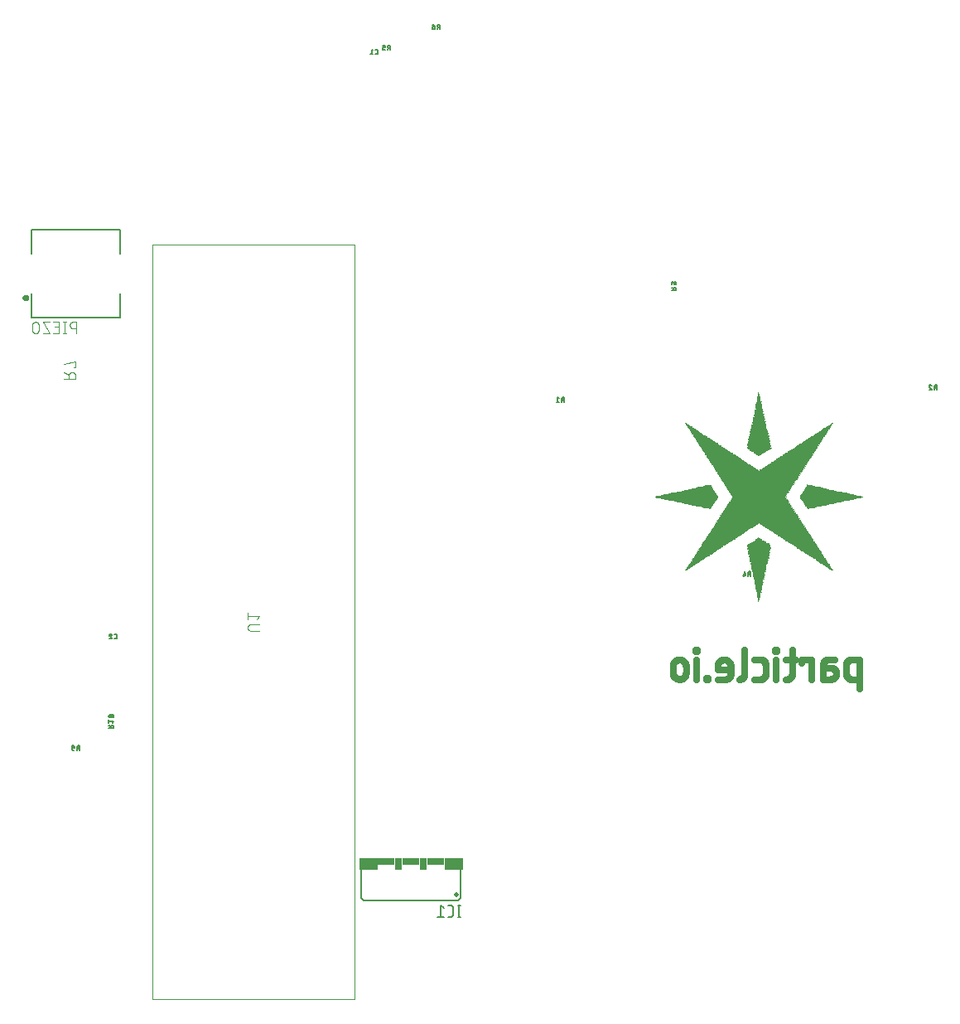
<source format=gbr>
G04 EAGLE Gerber RS-274X export*
G75*
%MOMM*%
%FSLAX34Y34*%
%LPD*%
%AMOC8*
5,1,8,0,0,1.08239X$1,22.5*%
G01*
%ADD10C,0.660400*%
%ADD11C,0.127000*%
%ADD12C,0.300000*%
%ADD13C,0.101600*%
%ADD14C,0.152400*%
%ADD15C,0.508000*%
%ADD16R,1.905000X1.270000*%
%ADD17R,1.778000X0.762000*%
%ADD18R,0.762000X1.270000*%
%ADD19R,0.060000X0.050000*%
%ADD20R,0.060000X0.060000*%
%ADD21R,0.110000X0.050000*%
%ADD22R,0.160000X0.060000*%
%ADD23R,0.160000X0.050000*%
%ADD24R,0.280000X0.050000*%
%ADD25R,0.280000X0.060000*%
%ADD26R,0.380000X0.060000*%
%ADD27R,0.380000X0.050000*%
%ADD28R,0.430000X0.050000*%
%ADD29R,0.480000X0.060000*%
%ADD30R,0.480000X0.050000*%
%ADD31R,0.600000X0.060000*%
%ADD32R,0.600000X0.050000*%
%ADD33R,0.700000X0.060000*%
%ADD34R,0.700000X0.050000*%
%ADD35R,0.760000X0.050000*%
%ADD36R,0.820000X0.060000*%
%ADD37R,0.820000X0.050000*%
%ADD38R,0.870000X0.060000*%
%ADD39R,0.920000X0.050000*%
%ADD40R,0.920000X0.060000*%
%ADD41R,0.980000X0.050000*%
%ADD42R,1.040000X0.060000*%
%ADD43R,1.040000X0.050000*%
%ADD44R,1.090000X0.050000*%
%ADD45R,1.140000X0.060000*%
%ADD46R,1.140000X0.050000*%
%ADD47R,1.190000X0.060000*%
%ADD48R,1.240000X0.050000*%
%ADD49R,1.240000X0.060000*%
%ADD50R,1.300000X0.060000*%
%ADD51R,1.360000X0.050000*%
%ADD52R,1.360000X0.060000*%
%ADD53R,0.050000X0.060000*%
%ADD54R,1.410000X0.060000*%
%ADD55R,0.220000X0.050000*%
%ADD56R,1.460000X0.050000*%
%ADD57R,0.210000X0.050000*%
%ADD58R,0.270000X0.050000*%
%ADD59R,0.320000X0.060000*%
%ADD60R,1.460000X0.060000*%
%ADD61R,0.270000X0.060000*%
%ADD62R,1.580000X0.060000*%
%ADD63R,0.440000X0.060000*%
%ADD64R,0.490000X0.050000*%
%ADD65R,1.580000X0.050000*%
%ADD66R,0.490000X0.060000*%
%ADD67R,0.540000X0.060000*%
%ADD68R,0.550000X0.050000*%
%ADD69R,1.680000X0.050000*%
%ADD70R,0.590000X0.050000*%
%ADD71R,0.650000X0.060000*%
%ADD72R,1.680000X0.060000*%
%ADD73R,0.710000X0.050000*%
%ADD74R,0.760000X0.060000*%
%ADD75R,1.740000X0.050000*%
%ADD76R,0.810000X0.050000*%
%ADD77R,0.860000X0.060000*%
%ADD78R,1.800000X0.060000*%
%ADD79R,0.810000X0.060000*%
%ADD80R,0.870000X0.050000*%
%ADD81R,1.800000X0.050000*%
%ADD82R,0.930000X0.050000*%
%ADD83R,1.850000X0.060000*%
%ADD84R,0.980000X0.060000*%
%ADD85R,1.030000X0.050000*%
%ADD86R,1.850000X0.050000*%
%ADD87R,1.900000X0.060000*%
%ADD88R,1.090000X0.060000*%
%ADD89R,1.900000X0.050000*%
%ADD90R,1.080000X0.050000*%
%ADD91R,1.200000X0.050000*%
%ADD92R,1.950000X0.050000*%
%ADD93R,1.250000X0.050000*%
%ADD94R,1.310000X0.050000*%
%ADD95R,2.000000X0.060000*%
%ADD96R,1.350000X0.060000*%
%ADD97R,2.000000X0.050000*%
%ADD98R,1.420000X0.060000*%
%ADD99R,1.470000X0.050000*%
%ADD100R,2.060000X0.050000*%
%ADD101R,2.120000X0.060000*%
%ADD102R,1.520000X0.060000*%
%ADD103R,1.570000X0.050000*%
%ADD104R,2.120000X0.050000*%
%ADD105R,1.520000X0.050000*%
%ADD106R,1.630000X0.050000*%
%ADD107R,1.740000X0.060000*%
%ADD108R,2.170000X0.060000*%
%ADD109R,2.170000X0.050000*%
%ADD110R,1.690000X0.050000*%
%ADD111R,1.790000X0.060000*%
%ADD112R,2.220000X0.060000*%
%ADD113R,2.220000X0.050000*%
%ADD114R,1.790000X0.050000*%
%ADD115R,2.280000X0.050000*%
%ADD116R,1.960000X0.050000*%
%ADD117R,2.010000X0.060000*%
%ADD118R,2.280000X0.060000*%
%ADD119R,1.960000X0.060000*%
%ADD120R,2.010000X0.050000*%
%ADD121R,2.340000X0.050000*%
%ADD122R,2.340000X0.060000*%
%ADD123R,2.180000X0.050000*%
%ADD124R,2.390000X0.050000*%
%ADD125R,2.390000X0.060000*%
%ADD126R,2.440000X0.050000*%
%ADD127R,2.230000X0.050000*%
%ADD128R,2.440000X0.060000*%
%ADD129R,2.500000X0.050000*%
%ADD130R,2.330000X0.050000*%
%ADD131R,2.550000X0.050000*%
%ADD132R,2.560000X0.060000*%
%ADD133R,2.670000X0.050000*%
%ADD134R,2.610000X0.050000*%
%ADD135R,2.660000X0.060000*%
%ADD136R,2.610000X0.060000*%
%ADD137R,2.720000X0.050000*%
%ADD138R,2.770000X0.050000*%
%ADD139R,1.190000X0.050000*%
%ADD140R,2.820000X0.060000*%
%ADD141R,2.770000X0.060000*%
%ADD142R,2.880000X0.050000*%
%ADD143R,2.880000X0.060000*%
%ADD144R,2.980000X0.050000*%
%ADD145R,2.990000X0.060000*%
%ADD146R,3.100000X0.050000*%
%ADD147R,3.040000X0.050000*%
%ADD148R,3.090000X0.050000*%
%ADD149R,3.150000X0.060000*%
%ADD150R,3.200000X0.050000*%
%ADD151R,3.150000X0.050000*%
%ADD152R,3.260000X0.060000*%
%ADD153R,3.310000X0.050000*%
%ADD154R,3.370000X0.060000*%
%ADD155R,3.320000X0.060000*%
%ADD156R,3.420000X0.050000*%
%ADD157R,3.470000X0.060000*%
%ADD158R,3.480000X0.060000*%
%ADD159R,3.530000X0.050000*%
%ADD160R,3.470000X0.050000*%
%ADD161R,3.580000X0.060000*%
%ADD162R,3.630000X0.050000*%
%ADD163R,3.580000X0.050000*%
%ADD164R,3.690000X0.060000*%
%ADD165R,3.700000X0.050000*%
%ADD166R,3.810000X0.050000*%
%ADD167R,3.750000X0.050000*%
%ADD168R,3.800000X0.060000*%
%ADD169R,3.910000X0.050000*%
%ADD170R,3.860000X0.050000*%
%ADD171R,3.910000X0.060000*%
%ADD172R,3.850000X0.060000*%
%ADD173R,3.960000X0.050000*%
%ADD174R,4.020000X0.060000*%
%ADD175R,3.970000X0.060000*%
%ADD176R,4.080000X0.050000*%
%ADD177R,4.120000X0.060000*%
%ADD178R,4.180000X0.050000*%
%ADD179R,4.240000X0.050000*%
%ADD180R,4.240000X0.060000*%
%ADD181R,4.300000X0.060000*%
%ADD182R,4.350000X0.050000*%
%ADD183R,4.290000X0.050000*%
%ADD184R,4.400000X0.060000*%
%ADD185R,4.450000X0.050000*%
%ADD186R,4.400000X0.050000*%
%ADD187R,8.800000X0.060000*%
%ADD188R,8.740000X0.050000*%
%ADD189R,8.690000X0.050000*%
%ADD190R,8.580000X0.060000*%
%ADD191R,8.520000X0.050000*%
%ADD192R,8.470000X0.060000*%
%ADD193R,8.420000X0.050000*%
%ADD194R,8.320000X0.060000*%
%ADD195R,8.260000X0.050000*%
%ADD196R,8.200000X0.050000*%
%ADD197R,8.100000X0.060000*%
%ADD198R,8.040000X0.050000*%
%ADD199R,7.980000X0.060000*%
%ADD200R,7.930000X0.050000*%
%ADD201R,7.820000X0.060000*%
%ADD202R,7.760000X0.050000*%
%ADD203R,7.710000X0.050000*%
%ADD204R,7.610000X0.060000*%
%ADD205R,7.560000X0.050000*%
%ADD206R,7.440000X0.060000*%
%ADD207R,7.440000X0.050000*%
%ADD208R,7.340000X0.060000*%
%ADD209R,7.280000X0.050000*%
%ADD210R,7.170000X0.050000*%
%ADD211R,7.120000X0.060000*%
%ADD212R,7.060000X0.050000*%
%ADD213R,7.000000X0.060000*%
%ADD214R,0.320000X0.050000*%
%ADD215R,6.900000X0.050000*%
%ADD216R,0.590000X0.060000*%
%ADD217R,6.850000X0.060000*%
%ADD218R,6.800000X0.050000*%
%ADD219R,6.680000X0.060000*%
%ADD220R,6.630000X0.050000*%
%ADD221R,6.580000X0.050000*%
%ADD222R,6.460000X0.060000*%
%ADD223R,2.060000X0.060000*%
%ADD224R,6.410000X0.050000*%
%ADD225R,6.360000X0.060000*%
%ADD226R,2.830000X0.050000*%
%ADD227R,6.240000X0.050000*%
%ADD228R,3.100000X0.060000*%
%ADD229R,6.190000X0.060000*%
%ADD230R,6.140000X0.050000*%
%ADD231R,3.690000X0.050000*%
%ADD232R,6.080000X0.050000*%
%ADD233R,6.020000X0.060000*%
%ADD234R,5.920000X0.050000*%
%ADD235R,4.560000X0.060000*%
%ADD236R,5.870000X0.060000*%
%ADD237R,4.840000X0.050000*%
%ADD238R,5.820000X0.050000*%
%ADD239R,5.110000X0.060000*%
%ADD240R,5.700000X0.060000*%
%ADD241R,5.160000X0.060000*%
%ADD242R,5.430000X0.050000*%
%ADD243R,5.650000X0.050000*%
%ADD244R,5.710000X0.050000*%
%ADD245R,5.600000X0.050000*%
%ADD246R,5.980000X0.060000*%
%ADD247R,5.540000X0.060000*%
%ADD248R,6.030000X0.060000*%
%ADD249R,6.250000X0.050000*%
%ADD250R,5.480000X0.050000*%
%ADD251R,6.300000X0.050000*%
%ADD252R,5.380000X0.060000*%
%ADD253R,6.510000X0.060000*%
%ADD254R,5.380000X0.050000*%
%ADD255R,5.760000X0.060000*%
%ADD256R,5.100000X0.060000*%
%ADD257R,4.510000X0.060000*%
%ADD258R,5.970000X0.050000*%
%ADD259R,4.230000X0.050000*%
%ADD260R,3.640000X0.050000*%
%ADD261R,3.360000X0.050000*%
%ADD262R,3.040000X0.060000*%
%ADD263R,1.950000X0.060000*%
%ADD264R,1.080000X0.060000*%
%ADD265R,7.220000X0.050000*%
%ADD266R,7.500000X0.060000*%
%ADD267R,7.660000X0.060000*%
%ADD268R,7.880000X0.060000*%
%ADD269R,8.640000X0.060000*%
%ADD270R,8.860000X0.060000*%
%ADD271R,4.340000X0.060000*%
%ADD272R,4.300000X0.050000*%
%ADD273R,4.290000X0.060000*%
%ADD274R,4.130000X0.050000*%
%ADD275R,4.070000X0.060000*%
%ADD276R,4.020000X0.050000*%
%ADD277R,3.640000X0.060000*%
%ADD278R,3.530000X0.060000*%
%ADD279R,3.420000X0.060000*%
%ADD280R,3.370000X0.050000*%
%ADD281R,3.310000X0.060000*%
%ADD282R,3.320000X0.050000*%
%ADD283R,3.260000X0.050000*%
%ADD284R,3.210000X0.060000*%
%ADD285R,2.980000X0.060000*%
%ADD286R,2.930000X0.050000*%
%ADD287R,2.710000X0.050000*%
%ADD288R,1.410000X0.050000*%
%ADD289R,2.500000X0.060000*%
%ADD290R,2.230000X0.060000*%
%ADD291R,2.070000X0.050000*%
%ADD292R,1.910000X0.060000*%
%ADD293R,1.840000X0.060000*%
%ADD294R,1.690000X0.060000*%
%ADD295R,1.630000X0.060000*%
%ADD296R,1.530000X0.060000*%
%ADD297R,1.470000X0.060000*%
%ADD298R,1.420000X0.050000*%
%ADD299R,1.350000X0.050000*%
%ADD300R,1.030000X0.060000*%
%ADD301R,0.710000X0.060000*%
%ADD302R,0.650000X0.050000*%
%ADD303R,0.540000X0.050000*%
%ADD304R,0.430000X0.060000*%
%ADD305R,0.440000X0.050000*%
%ADD306R,0.330000X0.050000*%
%ADD307C,0.100000*%


D10*
X991930Y439081D02*
X991930Y469053D01*
X983605Y469053D01*
X983465Y469051D01*
X983325Y469045D01*
X983185Y469035D01*
X983046Y469022D01*
X982907Y469004D01*
X982768Y468982D01*
X982631Y468957D01*
X982494Y468928D01*
X982357Y468895D01*
X982222Y468858D01*
X982088Y468817D01*
X981955Y468773D01*
X981824Y468725D01*
X981694Y468673D01*
X981565Y468617D01*
X981438Y468558D01*
X981312Y468496D01*
X981189Y468430D01*
X981067Y468360D01*
X980948Y468287D01*
X980830Y468211D01*
X980715Y468132D01*
X980601Y468049D01*
X980491Y467963D01*
X980382Y467874D01*
X980277Y467783D01*
X980173Y467688D01*
X980073Y467590D01*
X979975Y467490D01*
X979881Y467386D01*
X979789Y467281D01*
X979700Y467172D01*
X979614Y467062D01*
X979531Y466948D01*
X979452Y466833D01*
X979376Y466716D01*
X979303Y466596D01*
X979233Y466474D01*
X979167Y466351D01*
X979105Y466225D01*
X979046Y466098D01*
X978990Y465970D01*
X978938Y465839D01*
X978890Y465708D01*
X978846Y465575D01*
X978805Y465441D01*
X978768Y465306D01*
X978735Y465170D01*
X978706Y465033D01*
X978681Y464895D01*
X978659Y464756D01*
X978641Y464617D01*
X978628Y464478D01*
X978618Y464338D01*
X978612Y464198D01*
X978610Y464058D01*
X978609Y464058D02*
X978609Y454067D01*
X978610Y454067D02*
X978612Y453927D01*
X978618Y453787D01*
X978628Y453647D01*
X978641Y453508D01*
X978659Y453369D01*
X978681Y453230D01*
X978706Y453093D01*
X978735Y452956D01*
X978768Y452819D01*
X978805Y452684D01*
X978846Y452550D01*
X978890Y452417D01*
X978938Y452286D01*
X978990Y452155D01*
X979046Y452027D01*
X979105Y451900D01*
X979167Y451774D01*
X979233Y451651D01*
X979303Y451529D01*
X979376Y451409D01*
X979452Y451292D01*
X979531Y451177D01*
X979614Y451063D01*
X979700Y450953D01*
X979789Y450844D01*
X979881Y450739D01*
X979975Y450635D01*
X980073Y450535D01*
X980173Y450437D01*
X980277Y450343D01*
X980382Y450251D01*
X980491Y450162D01*
X980601Y450076D01*
X980715Y449993D01*
X980830Y449914D01*
X980948Y449838D01*
X981067Y449765D01*
X981189Y449695D01*
X981312Y449629D01*
X981438Y449567D01*
X981565Y449508D01*
X981694Y449452D01*
X981824Y449400D01*
X981955Y449352D01*
X982088Y449308D01*
X982222Y449267D01*
X982357Y449230D01*
X982494Y449197D01*
X982631Y449168D01*
X982768Y449143D01*
X982907Y449121D01*
X983046Y449103D01*
X983185Y449090D01*
X983325Y449080D01*
X983465Y449074D01*
X983605Y449072D01*
X991930Y449072D01*
X962515Y460728D02*
X955022Y460728D01*
X962515Y460728D02*
X962668Y460726D01*
X962820Y460720D01*
X962972Y460710D01*
X963124Y460696D01*
X963276Y460678D01*
X963427Y460656D01*
X963577Y460630D01*
X963727Y460601D01*
X963876Y460567D01*
X964023Y460529D01*
X964170Y460488D01*
X964316Y460443D01*
X964460Y460394D01*
X964604Y460341D01*
X964745Y460284D01*
X964885Y460224D01*
X965024Y460160D01*
X965161Y460093D01*
X965296Y460022D01*
X965429Y459947D01*
X965560Y459869D01*
X965689Y459788D01*
X965816Y459703D01*
X965941Y459615D01*
X966063Y459524D01*
X966183Y459429D01*
X966300Y459332D01*
X966415Y459231D01*
X966527Y459127D01*
X966636Y459021D01*
X966742Y458912D01*
X966846Y458800D01*
X966947Y458685D01*
X967044Y458568D01*
X967139Y458448D01*
X967230Y458326D01*
X967318Y458201D01*
X967403Y458074D01*
X967484Y457945D01*
X967562Y457814D01*
X967637Y457681D01*
X967708Y457546D01*
X967775Y457409D01*
X967839Y457270D01*
X967899Y457130D01*
X967956Y456989D01*
X968009Y456845D01*
X968058Y456701D01*
X968103Y456555D01*
X968144Y456408D01*
X968182Y456261D01*
X968216Y456112D01*
X968245Y455962D01*
X968271Y455812D01*
X968293Y455661D01*
X968311Y455509D01*
X968325Y455357D01*
X968335Y455205D01*
X968341Y455053D01*
X968343Y454900D01*
X968341Y454747D01*
X968335Y454595D01*
X968325Y454443D01*
X968311Y454291D01*
X968293Y454139D01*
X968271Y453988D01*
X968245Y453838D01*
X968216Y453688D01*
X968182Y453539D01*
X968144Y453392D01*
X968103Y453245D01*
X968058Y453099D01*
X968009Y452955D01*
X967956Y452811D01*
X967899Y452670D01*
X967839Y452530D01*
X967775Y452391D01*
X967708Y452254D01*
X967637Y452119D01*
X967562Y451986D01*
X967484Y451855D01*
X967403Y451726D01*
X967318Y451599D01*
X967230Y451474D01*
X967139Y451352D01*
X967044Y451232D01*
X966947Y451115D01*
X966846Y451000D01*
X966742Y450888D01*
X966636Y450779D01*
X966527Y450673D01*
X966415Y450569D01*
X966300Y450468D01*
X966183Y450371D01*
X966063Y450276D01*
X965941Y450185D01*
X965816Y450097D01*
X965689Y450012D01*
X965560Y449931D01*
X965429Y449853D01*
X965296Y449778D01*
X965161Y449707D01*
X965024Y449640D01*
X964885Y449576D01*
X964745Y449516D01*
X964604Y449459D01*
X964460Y449406D01*
X964316Y449357D01*
X964170Y449312D01*
X964023Y449271D01*
X963876Y449233D01*
X963727Y449199D01*
X963577Y449170D01*
X963427Y449144D01*
X963276Y449122D01*
X963124Y449104D01*
X962972Y449090D01*
X962820Y449080D01*
X962668Y449074D01*
X962515Y449072D01*
X955022Y449072D01*
X955022Y464058D01*
X955024Y464198D01*
X955030Y464338D01*
X955040Y464478D01*
X955053Y464617D01*
X955071Y464756D01*
X955093Y464895D01*
X955118Y465032D01*
X955147Y465169D01*
X955180Y465306D01*
X955217Y465441D01*
X955258Y465575D01*
X955302Y465708D01*
X955350Y465839D01*
X955402Y465970D01*
X955458Y466098D01*
X955517Y466225D01*
X955579Y466351D01*
X955645Y466474D01*
X955715Y466596D01*
X955788Y466716D01*
X955864Y466833D01*
X955943Y466948D01*
X956026Y467062D01*
X956112Y467172D01*
X956201Y467281D01*
X956293Y467386D01*
X956387Y467490D01*
X956485Y467590D01*
X956585Y467688D01*
X956689Y467782D01*
X956794Y467874D01*
X956903Y467963D01*
X957013Y468049D01*
X957127Y468132D01*
X957242Y468211D01*
X957360Y468287D01*
X957479Y468360D01*
X957601Y468430D01*
X957724Y468496D01*
X957850Y468558D01*
X957977Y468617D01*
X958106Y468673D01*
X958236Y468725D01*
X958367Y468773D01*
X958500Y468817D01*
X958634Y468858D01*
X958769Y468895D01*
X958906Y468928D01*
X959043Y468957D01*
X959180Y468982D01*
X959319Y469004D01*
X959458Y469022D01*
X959597Y469035D01*
X959737Y469045D01*
X959877Y469051D01*
X960017Y469053D01*
X960018Y469053D02*
X966678Y469053D01*
X942515Y469053D02*
X942515Y449072D01*
X942515Y469053D02*
X932525Y469053D01*
X932525Y465723D01*
X926515Y469053D02*
X916524Y469053D01*
X923184Y479044D02*
X923184Y454067D01*
X923182Y453927D01*
X923176Y453787D01*
X923166Y453647D01*
X923153Y453508D01*
X923135Y453369D01*
X923113Y453230D01*
X923088Y453093D01*
X923059Y452956D01*
X923026Y452819D01*
X922989Y452684D01*
X922948Y452550D01*
X922904Y452417D01*
X922856Y452286D01*
X922804Y452155D01*
X922748Y452027D01*
X922689Y451900D01*
X922627Y451774D01*
X922561Y451651D01*
X922491Y451529D01*
X922418Y451409D01*
X922342Y451292D01*
X922263Y451177D01*
X922180Y451063D01*
X922094Y450953D01*
X922005Y450844D01*
X921913Y450739D01*
X921819Y450635D01*
X921721Y450535D01*
X921621Y450437D01*
X921517Y450343D01*
X921412Y450251D01*
X921303Y450162D01*
X921193Y450076D01*
X921079Y449993D01*
X920964Y449914D01*
X920847Y449838D01*
X920727Y449765D01*
X920605Y449695D01*
X920482Y449629D01*
X920356Y449567D01*
X920229Y449508D01*
X920101Y449452D01*
X919970Y449400D01*
X919839Y449352D01*
X919706Y449308D01*
X919572Y449267D01*
X919437Y449230D01*
X919300Y449197D01*
X919163Y449168D01*
X919026Y449143D01*
X918887Y449121D01*
X918748Y449103D01*
X918609Y449090D01*
X918469Y449080D01*
X918329Y449074D01*
X918189Y449072D01*
X916524Y449072D01*
X906725Y449072D02*
X906725Y469053D01*
X907558Y477379D02*
X907558Y479044D01*
X905893Y479044D01*
X905893Y477379D01*
X907558Y477379D01*
X890984Y449072D02*
X884324Y449072D01*
X890984Y449072D02*
X891124Y449074D01*
X891264Y449080D01*
X891404Y449090D01*
X891543Y449103D01*
X891682Y449121D01*
X891821Y449143D01*
X891958Y449168D01*
X892095Y449197D01*
X892232Y449230D01*
X892367Y449267D01*
X892501Y449308D01*
X892634Y449352D01*
X892765Y449400D01*
X892896Y449452D01*
X893024Y449508D01*
X893151Y449567D01*
X893277Y449629D01*
X893400Y449695D01*
X893522Y449765D01*
X893642Y449838D01*
X893759Y449914D01*
X893874Y449993D01*
X893988Y450076D01*
X894098Y450162D01*
X894207Y450251D01*
X894312Y450343D01*
X894416Y450437D01*
X894516Y450535D01*
X894614Y450635D01*
X894708Y450739D01*
X894800Y450844D01*
X894889Y450953D01*
X894975Y451063D01*
X895058Y451177D01*
X895137Y451292D01*
X895213Y451409D01*
X895286Y451529D01*
X895356Y451651D01*
X895422Y451774D01*
X895484Y451900D01*
X895543Y452027D01*
X895599Y452155D01*
X895651Y452286D01*
X895699Y452417D01*
X895743Y452550D01*
X895784Y452684D01*
X895821Y452819D01*
X895854Y452956D01*
X895883Y453093D01*
X895908Y453230D01*
X895930Y453369D01*
X895948Y453508D01*
X895961Y453647D01*
X895971Y453787D01*
X895977Y453927D01*
X895979Y454067D01*
X895979Y464058D01*
X895977Y464198D01*
X895971Y464338D01*
X895961Y464478D01*
X895948Y464617D01*
X895930Y464756D01*
X895908Y464895D01*
X895883Y465032D01*
X895854Y465169D01*
X895821Y465306D01*
X895784Y465441D01*
X895743Y465575D01*
X895699Y465708D01*
X895651Y465839D01*
X895599Y465970D01*
X895543Y466098D01*
X895484Y466225D01*
X895422Y466351D01*
X895356Y466474D01*
X895286Y466596D01*
X895213Y466716D01*
X895137Y466833D01*
X895058Y466948D01*
X894975Y467062D01*
X894889Y467172D01*
X894800Y467281D01*
X894708Y467386D01*
X894614Y467490D01*
X894516Y467590D01*
X894416Y467688D01*
X894312Y467782D01*
X894207Y467874D01*
X894098Y467963D01*
X893988Y468049D01*
X893874Y468132D01*
X893759Y468211D01*
X893642Y468287D01*
X893522Y468360D01*
X893400Y468430D01*
X893277Y468496D01*
X893151Y468558D01*
X893024Y468617D01*
X892896Y468673D01*
X892765Y468725D01*
X892634Y468773D01*
X892501Y468817D01*
X892367Y468858D01*
X892232Y468895D01*
X892095Y468928D01*
X891958Y468957D01*
X891821Y468982D01*
X891682Y469004D01*
X891543Y469022D01*
X891404Y469035D01*
X891264Y469045D01*
X891124Y469051D01*
X890984Y469053D01*
X884324Y469053D01*
X874394Y479044D02*
X874394Y454067D01*
X874392Y453927D01*
X874386Y453787D01*
X874376Y453647D01*
X874363Y453508D01*
X874345Y453369D01*
X874323Y453230D01*
X874298Y453093D01*
X874269Y452956D01*
X874236Y452819D01*
X874199Y452684D01*
X874158Y452550D01*
X874114Y452417D01*
X874066Y452286D01*
X874014Y452155D01*
X873958Y452027D01*
X873899Y451900D01*
X873837Y451774D01*
X873771Y451651D01*
X873701Y451529D01*
X873628Y451409D01*
X873552Y451292D01*
X873473Y451177D01*
X873390Y451063D01*
X873304Y450953D01*
X873215Y450844D01*
X873123Y450739D01*
X873029Y450635D01*
X872931Y450535D01*
X872831Y450437D01*
X872727Y450343D01*
X872622Y450251D01*
X872513Y450162D01*
X872403Y450076D01*
X872289Y449993D01*
X872174Y449914D01*
X872057Y449838D01*
X871937Y449765D01*
X871815Y449695D01*
X871692Y449629D01*
X871566Y449567D01*
X871439Y449508D01*
X871311Y449452D01*
X871180Y449400D01*
X871049Y449352D01*
X870916Y449308D01*
X870782Y449267D01*
X870647Y449230D01*
X870510Y449197D01*
X870373Y449168D01*
X870236Y449143D01*
X870097Y449121D01*
X869958Y449103D01*
X869819Y449090D01*
X869679Y449080D01*
X869539Y449074D01*
X869399Y449072D01*
X855355Y449072D02*
X847030Y449072D01*
X855355Y449072D02*
X855495Y449074D01*
X855635Y449080D01*
X855775Y449090D01*
X855914Y449103D01*
X856053Y449121D01*
X856192Y449143D01*
X856329Y449168D01*
X856466Y449197D01*
X856603Y449230D01*
X856738Y449267D01*
X856872Y449308D01*
X857005Y449352D01*
X857136Y449400D01*
X857267Y449452D01*
X857395Y449508D01*
X857522Y449567D01*
X857648Y449629D01*
X857771Y449695D01*
X857893Y449765D01*
X858013Y449838D01*
X858130Y449914D01*
X858245Y449993D01*
X858359Y450076D01*
X858469Y450162D01*
X858578Y450251D01*
X858683Y450343D01*
X858787Y450437D01*
X858887Y450535D01*
X858985Y450635D01*
X859079Y450739D01*
X859171Y450844D01*
X859260Y450953D01*
X859346Y451063D01*
X859429Y451177D01*
X859508Y451292D01*
X859584Y451409D01*
X859657Y451529D01*
X859727Y451651D01*
X859793Y451774D01*
X859855Y451900D01*
X859914Y452027D01*
X859970Y452155D01*
X860022Y452286D01*
X860070Y452417D01*
X860114Y452550D01*
X860155Y452684D01*
X860192Y452819D01*
X860225Y452956D01*
X860254Y453093D01*
X860279Y453230D01*
X860301Y453369D01*
X860319Y453508D01*
X860332Y453647D01*
X860342Y453787D01*
X860348Y453927D01*
X860350Y454067D01*
X860351Y454067D02*
X860351Y462393D01*
X860350Y462393D02*
X860348Y462555D01*
X860342Y462717D01*
X860332Y462879D01*
X860318Y463041D01*
X860301Y463202D01*
X860279Y463363D01*
X860253Y463523D01*
X860224Y463682D01*
X860191Y463841D01*
X860153Y463999D01*
X860112Y464156D01*
X860068Y464312D01*
X860019Y464466D01*
X859967Y464620D01*
X859911Y464772D01*
X859851Y464923D01*
X859787Y465072D01*
X859720Y465220D01*
X859650Y465366D01*
X859575Y465510D01*
X859498Y465653D01*
X859417Y465793D01*
X859332Y465931D01*
X859244Y466068D01*
X859153Y466202D01*
X859059Y466334D01*
X858961Y466463D01*
X858861Y466591D01*
X858757Y466715D01*
X858650Y466837D01*
X858540Y466957D01*
X858428Y467074D01*
X858313Y467188D01*
X858194Y467299D01*
X858074Y467407D01*
X857950Y467512D01*
X857824Y467614D01*
X857696Y467714D01*
X857565Y467810D01*
X857432Y467902D01*
X857297Y467992D01*
X857159Y468078D01*
X857020Y468161D01*
X856879Y468240D01*
X856735Y468316D01*
X856590Y468388D01*
X856443Y468457D01*
X856295Y468523D01*
X856145Y468584D01*
X855993Y468642D01*
X855840Y468696D01*
X855686Y468747D01*
X855531Y468794D01*
X855375Y468836D01*
X855217Y468876D01*
X855059Y468911D01*
X854900Y468942D01*
X854740Y468970D01*
X854579Y468993D01*
X854418Y469013D01*
X854257Y469029D01*
X854095Y469041D01*
X853933Y469049D01*
X853771Y469053D01*
X853609Y469053D01*
X853447Y469049D01*
X853285Y469041D01*
X853123Y469029D01*
X852962Y469013D01*
X852801Y468993D01*
X852640Y468970D01*
X852480Y468942D01*
X852321Y468911D01*
X852163Y468876D01*
X852005Y468836D01*
X851849Y468794D01*
X851694Y468747D01*
X851540Y468696D01*
X851387Y468642D01*
X851235Y468584D01*
X851085Y468523D01*
X850937Y468457D01*
X850790Y468388D01*
X850645Y468316D01*
X850501Y468240D01*
X850360Y468161D01*
X850221Y468078D01*
X850083Y467992D01*
X849948Y467902D01*
X849815Y467810D01*
X849684Y467714D01*
X849556Y467614D01*
X849430Y467512D01*
X849306Y467407D01*
X849186Y467299D01*
X849067Y467188D01*
X848952Y467074D01*
X848840Y466957D01*
X848730Y466837D01*
X848623Y466715D01*
X848519Y466591D01*
X848419Y466463D01*
X848321Y466334D01*
X848227Y466202D01*
X848136Y466068D01*
X848048Y465931D01*
X847963Y465793D01*
X847882Y465653D01*
X847805Y465510D01*
X847730Y465366D01*
X847660Y465220D01*
X847593Y465072D01*
X847529Y464923D01*
X847469Y464772D01*
X847413Y464620D01*
X847361Y464466D01*
X847312Y464312D01*
X847268Y464156D01*
X847227Y463999D01*
X847189Y463841D01*
X847156Y463682D01*
X847127Y463523D01*
X847101Y463363D01*
X847079Y463202D01*
X847062Y463041D01*
X847048Y462879D01*
X847038Y462717D01*
X847032Y462555D01*
X847030Y462393D01*
X847030Y459063D01*
X860351Y459063D01*
X837149Y450737D02*
X837149Y449072D01*
X837149Y450737D02*
X835484Y450737D01*
X835484Y449072D01*
X837149Y449072D01*
X825344Y449072D02*
X825344Y469053D01*
X826176Y477379D02*
X826176Y479044D01*
X824511Y479044D01*
X824511Y477379D01*
X826176Y477379D01*
X814631Y462393D02*
X814631Y455732D01*
X814630Y462393D02*
X814628Y462555D01*
X814622Y462717D01*
X814612Y462879D01*
X814598Y463041D01*
X814581Y463202D01*
X814559Y463363D01*
X814533Y463523D01*
X814504Y463682D01*
X814471Y463841D01*
X814433Y463999D01*
X814392Y464156D01*
X814348Y464312D01*
X814299Y464466D01*
X814247Y464620D01*
X814191Y464772D01*
X814131Y464923D01*
X814067Y465072D01*
X814000Y465220D01*
X813930Y465366D01*
X813855Y465510D01*
X813778Y465653D01*
X813697Y465793D01*
X813612Y465931D01*
X813524Y466068D01*
X813433Y466202D01*
X813339Y466334D01*
X813241Y466463D01*
X813141Y466591D01*
X813037Y466715D01*
X812930Y466837D01*
X812820Y466957D01*
X812708Y467074D01*
X812593Y467188D01*
X812474Y467299D01*
X812354Y467407D01*
X812230Y467512D01*
X812104Y467614D01*
X811976Y467714D01*
X811845Y467810D01*
X811712Y467902D01*
X811577Y467992D01*
X811439Y468078D01*
X811300Y468161D01*
X811159Y468240D01*
X811015Y468316D01*
X810870Y468388D01*
X810723Y468457D01*
X810575Y468523D01*
X810425Y468584D01*
X810273Y468642D01*
X810120Y468696D01*
X809966Y468747D01*
X809811Y468794D01*
X809655Y468836D01*
X809497Y468876D01*
X809339Y468911D01*
X809180Y468942D01*
X809020Y468970D01*
X808859Y468993D01*
X808698Y469013D01*
X808537Y469029D01*
X808375Y469041D01*
X808213Y469049D01*
X808051Y469053D01*
X807889Y469053D01*
X807727Y469049D01*
X807565Y469041D01*
X807403Y469029D01*
X807242Y469013D01*
X807081Y468993D01*
X806920Y468970D01*
X806760Y468942D01*
X806601Y468911D01*
X806443Y468876D01*
X806285Y468836D01*
X806129Y468794D01*
X805974Y468747D01*
X805820Y468696D01*
X805667Y468642D01*
X805515Y468584D01*
X805365Y468523D01*
X805217Y468457D01*
X805070Y468388D01*
X804925Y468316D01*
X804781Y468240D01*
X804640Y468161D01*
X804501Y468078D01*
X804363Y467992D01*
X804228Y467902D01*
X804095Y467810D01*
X803964Y467714D01*
X803836Y467614D01*
X803710Y467512D01*
X803586Y467407D01*
X803466Y467299D01*
X803347Y467188D01*
X803232Y467074D01*
X803120Y466957D01*
X803010Y466837D01*
X802903Y466715D01*
X802799Y466591D01*
X802699Y466463D01*
X802601Y466334D01*
X802507Y466202D01*
X802416Y466068D01*
X802328Y465931D01*
X802243Y465793D01*
X802162Y465653D01*
X802085Y465510D01*
X802010Y465366D01*
X801940Y465220D01*
X801873Y465072D01*
X801809Y464923D01*
X801749Y464772D01*
X801693Y464620D01*
X801641Y464466D01*
X801592Y464312D01*
X801548Y464156D01*
X801507Y463999D01*
X801469Y463841D01*
X801436Y463682D01*
X801407Y463523D01*
X801381Y463363D01*
X801359Y463202D01*
X801342Y463041D01*
X801328Y462879D01*
X801318Y462717D01*
X801312Y462555D01*
X801310Y462393D01*
X801310Y455732D01*
X801312Y455570D01*
X801318Y455408D01*
X801328Y455246D01*
X801342Y455084D01*
X801359Y454923D01*
X801381Y454762D01*
X801407Y454602D01*
X801436Y454443D01*
X801469Y454284D01*
X801507Y454126D01*
X801548Y453969D01*
X801592Y453813D01*
X801641Y453659D01*
X801693Y453505D01*
X801749Y453353D01*
X801809Y453202D01*
X801873Y453053D01*
X801940Y452905D01*
X802010Y452759D01*
X802085Y452615D01*
X802162Y452472D01*
X802243Y452332D01*
X802328Y452194D01*
X802416Y452057D01*
X802507Y451923D01*
X802601Y451791D01*
X802699Y451662D01*
X802799Y451534D01*
X802903Y451410D01*
X803010Y451288D01*
X803120Y451168D01*
X803232Y451051D01*
X803347Y450937D01*
X803466Y450826D01*
X803586Y450718D01*
X803710Y450613D01*
X803836Y450511D01*
X803964Y450411D01*
X804095Y450315D01*
X804228Y450223D01*
X804363Y450133D01*
X804501Y450047D01*
X804640Y449964D01*
X804781Y449885D01*
X804925Y449809D01*
X805070Y449737D01*
X805217Y449668D01*
X805365Y449602D01*
X805515Y449541D01*
X805667Y449483D01*
X805820Y449429D01*
X805974Y449378D01*
X806129Y449331D01*
X806285Y449289D01*
X806443Y449249D01*
X806601Y449214D01*
X806760Y449183D01*
X806920Y449155D01*
X807081Y449132D01*
X807242Y449112D01*
X807403Y449096D01*
X807565Y449084D01*
X807727Y449076D01*
X807889Y449072D01*
X808051Y449072D01*
X808213Y449076D01*
X808375Y449084D01*
X808537Y449096D01*
X808698Y449112D01*
X808859Y449132D01*
X809020Y449155D01*
X809180Y449183D01*
X809339Y449214D01*
X809497Y449249D01*
X809655Y449289D01*
X809811Y449331D01*
X809966Y449378D01*
X810120Y449429D01*
X810273Y449483D01*
X810425Y449541D01*
X810575Y449602D01*
X810723Y449668D01*
X810870Y449737D01*
X811015Y449809D01*
X811159Y449885D01*
X811300Y449964D01*
X811439Y450047D01*
X811577Y450133D01*
X811712Y450223D01*
X811845Y450315D01*
X811976Y450411D01*
X812104Y450511D01*
X812230Y450613D01*
X812354Y450718D01*
X812474Y450826D01*
X812593Y450937D01*
X812708Y451051D01*
X812820Y451168D01*
X812930Y451288D01*
X813037Y451410D01*
X813141Y451534D01*
X813241Y451662D01*
X813339Y451791D01*
X813433Y451923D01*
X813524Y452057D01*
X813612Y452194D01*
X813697Y452332D01*
X813778Y452472D01*
X813855Y452615D01*
X813930Y452759D01*
X814000Y452905D01*
X814067Y453053D01*
X814131Y453202D01*
X814191Y453353D01*
X814247Y453505D01*
X814299Y453659D01*
X814348Y453813D01*
X814392Y453969D01*
X814433Y454126D01*
X814471Y454284D01*
X814504Y454443D01*
X814533Y454602D01*
X814559Y454762D01*
X814581Y454923D01*
X814598Y455084D01*
X814612Y455246D01*
X814622Y455408D01*
X814628Y455570D01*
X814630Y455732D01*
D11*
X497868Y1087755D02*
X496796Y1087755D01*
X497868Y1087755D02*
X497933Y1087757D01*
X497997Y1087763D01*
X498061Y1087773D01*
X498125Y1087786D01*
X498187Y1087804D01*
X498248Y1087825D01*
X498308Y1087849D01*
X498366Y1087878D01*
X498423Y1087910D01*
X498477Y1087945D01*
X498529Y1087983D01*
X498579Y1088025D01*
X498626Y1088069D01*
X498670Y1088116D01*
X498712Y1088166D01*
X498750Y1088218D01*
X498785Y1088272D01*
X498817Y1088329D01*
X498846Y1088387D01*
X498870Y1088447D01*
X498891Y1088508D01*
X498909Y1088570D01*
X498922Y1088634D01*
X498932Y1088698D01*
X498938Y1088762D01*
X498940Y1088827D01*
X498941Y1088827D02*
X498941Y1091509D01*
X498940Y1091509D02*
X498938Y1091574D01*
X498932Y1091638D01*
X498922Y1091702D01*
X498909Y1091766D01*
X498891Y1091828D01*
X498870Y1091889D01*
X498846Y1091949D01*
X498817Y1092007D01*
X498785Y1092064D01*
X498750Y1092118D01*
X498712Y1092170D01*
X498670Y1092220D01*
X498626Y1092267D01*
X498579Y1092311D01*
X498529Y1092353D01*
X498477Y1092391D01*
X498423Y1092426D01*
X498366Y1092458D01*
X498308Y1092487D01*
X498248Y1092511D01*
X498187Y1092532D01*
X498125Y1092550D01*
X498061Y1092563D01*
X497997Y1092573D01*
X497933Y1092579D01*
X497868Y1092581D01*
X496796Y1092581D01*
X494340Y1091509D02*
X493000Y1092581D01*
X493000Y1087755D01*
X494340Y1087755D02*
X491659Y1087755D01*
X231168Y490855D02*
X230096Y490855D01*
X231168Y490855D02*
X231233Y490857D01*
X231297Y490863D01*
X231361Y490873D01*
X231425Y490886D01*
X231487Y490904D01*
X231548Y490925D01*
X231608Y490949D01*
X231666Y490978D01*
X231723Y491010D01*
X231777Y491045D01*
X231829Y491083D01*
X231879Y491125D01*
X231926Y491169D01*
X231970Y491216D01*
X232012Y491266D01*
X232050Y491318D01*
X232085Y491372D01*
X232117Y491429D01*
X232146Y491487D01*
X232170Y491547D01*
X232191Y491608D01*
X232209Y491670D01*
X232222Y491734D01*
X232232Y491798D01*
X232238Y491862D01*
X232240Y491927D01*
X232241Y491927D02*
X232241Y494609D01*
X232240Y494609D02*
X232238Y494674D01*
X232232Y494738D01*
X232222Y494802D01*
X232209Y494866D01*
X232191Y494928D01*
X232170Y494989D01*
X232146Y495049D01*
X232117Y495107D01*
X232085Y495164D01*
X232050Y495218D01*
X232012Y495270D01*
X231970Y495320D01*
X231926Y495367D01*
X231879Y495411D01*
X231829Y495453D01*
X231777Y495491D01*
X231723Y495526D01*
X231666Y495558D01*
X231608Y495587D01*
X231548Y495611D01*
X231487Y495632D01*
X231425Y495650D01*
X231361Y495663D01*
X231297Y495673D01*
X231233Y495679D01*
X231168Y495681D01*
X230096Y495681D01*
X226166Y495681D02*
X226098Y495679D01*
X226031Y495673D01*
X225964Y495664D01*
X225897Y495651D01*
X225832Y495634D01*
X225767Y495613D01*
X225704Y495589D01*
X225642Y495561D01*
X225582Y495530D01*
X225524Y495496D01*
X225468Y495458D01*
X225413Y495418D01*
X225362Y495374D01*
X225313Y495327D01*
X225266Y495278D01*
X225222Y495227D01*
X225182Y495172D01*
X225144Y495116D01*
X225110Y495058D01*
X225079Y494998D01*
X225051Y494936D01*
X225027Y494873D01*
X225006Y494808D01*
X224989Y494743D01*
X224976Y494676D01*
X224967Y494609D01*
X224961Y494542D01*
X224959Y494474D01*
X226166Y495681D02*
X226244Y495679D01*
X226322Y495673D01*
X226399Y495663D01*
X226476Y495650D01*
X226552Y495632D01*
X226627Y495611D01*
X226701Y495586D01*
X226773Y495557D01*
X226844Y495525D01*
X226913Y495489D01*
X226981Y495450D01*
X227046Y495407D01*
X227109Y495361D01*
X227170Y495312D01*
X227228Y495260D01*
X227283Y495205D01*
X227336Y495148D01*
X227385Y495088D01*
X227432Y495025D01*
X227475Y494960D01*
X227515Y494894D01*
X227552Y494825D01*
X227585Y494754D01*
X227615Y494682D01*
X227641Y494608D01*
X225361Y493536D02*
X225312Y493585D01*
X225265Y493637D01*
X225222Y493692D01*
X225181Y493749D01*
X225143Y493808D01*
X225109Y493869D01*
X225078Y493932D01*
X225050Y493996D01*
X225026Y494062D01*
X225006Y494128D01*
X224989Y494196D01*
X224976Y494265D01*
X224967Y494334D01*
X224961Y494404D01*
X224959Y494474D01*
X225361Y493536D02*
X227640Y490855D01*
X224959Y490855D01*
X145500Y818600D02*
X145500Y843600D01*
X145500Y818600D02*
X235500Y818600D01*
X235500Y843600D01*
X235500Y883600D02*
X235500Y908600D01*
X145500Y908600D01*
X145500Y883600D01*
D12*
X138000Y838600D02*
X138002Y838677D01*
X138008Y838754D01*
X138018Y838831D01*
X138032Y838907D01*
X138049Y838982D01*
X138071Y839056D01*
X138096Y839129D01*
X138126Y839201D01*
X138158Y839271D01*
X138195Y839339D01*
X138234Y839405D01*
X138277Y839469D01*
X138324Y839531D01*
X138373Y839590D01*
X138426Y839647D01*
X138481Y839701D01*
X138539Y839752D01*
X138600Y839800D01*
X138663Y839845D01*
X138728Y839886D01*
X138795Y839924D01*
X138864Y839959D01*
X138935Y839989D01*
X139007Y840017D01*
X139081Y840040D01*
X139155Y840060D01*
X139231Y840076D01*
X139307Y840088D01*
X139384Y840096D01*
X139461Y840100D01*
X139539Y840100D01*
X139616Y840096D01*
X139693Y840088D01*
X139769Y840076D01*
X139845Y840060D01*
X139919Y840040D01*
X139993Y840017D01*
X140065Y839989D01*
X140136Y839959D01*
X140205Y839924D01*
X140272Y839886D01*
X140337Y839845D01*
X140400Y839800D01*
X140461Y839752D01*
X140519Y839701D01*
X140574Y839647D01*
X140627Y839590D01*
X140676Y839531D01*
X140723Y839469D01*
X140766Y839405D01*
X140805Y839339D01*
X140842Y839271D01*
X140874Y839201D01*
X140904Y839129D01*
X140929Y839056D01*
X140951Y838982D01*
X140968Y838907D01*
X140982Y838831D01*
X140992Y838754D01*
X140998Y838677D01*
X141000Y838600D01*
X140998Y838523D01*
X140992Y838446D01*
X140982Y838369D01*
X140968Y838293D01*
X140951Y838218D01*
X140929Y838144D01*
X140904Y838071D01*
X140874Y837999D01*
X140842Y837929D01*
X140805Y837861D01*
X140766Y837795D01*
X140723Y837731D01*
X140676Y837669D01*
X140627Y837610D01*
X140574Y837553D01*
X140519Y837499D01*
X140461Y837448D01*
X140400Y837400D01*
X140337Y837355D01*
X140272Y837314D01*
X140205Y837276D01*
X140136Y837241D01*
X140065Y837211D01*
X139993Y837183D01*
X139919Y837160D01*
X139845Y837140D01*
X139769Y837124D01*
X139693Y837112D01*
X139616Y837104D01*
X139539Y837100D01*
X139461Y837100D01*
X139384Y837104D01*
X139307Y837112D01*
X139231Y837124D01*
X139155Y837140D01*
X139081Y837160D01*
X139007Y837183D01*
X138935Y837211D01*
X138864Y837241D01*
X138795Y837276D01*
X138728Y837314D01*
X138663Y837355D01*
X138600Y837400D01*
X138539Y837448D01*
X138481Y837499D01*
X138426Y837553D01*
X138373Y837610D01*
X138324Y837669D01*
X138277Y837731D01*
X138234Y837795D01*
X138195Y837861D01*
X138158Y837929D01*
X138126Y837999D01*
X138096Y838071D01*
X138071Y838144D01*
X138049Y838218D01*
X138032Y838293D01*
X138018Y838369D01*
X138008Y838446D01*
X138002Y838523D01*
X138000Y838600D01*
D13*
X191012Y814185D02*
X191012Y802473D01*
X191012Y814185D02*
X187759Y814185D01*
X187647Y814183D01*
X187535Y814177D01*
X187423Y814168D01*
X187311Y814154D01*
X187200Y814137D01*
X187090Y814115D01*
X186981Y814090D01*
X186872Y814062D01*
X186764Y814029D01*
X186658Y813993D01*
X186553Y813953D01*
X186450Y813910D01*
X186348Y813863D01*
X186247Y813812D01*
X186149Y813758D01*
X186052Y813701D01*
X185958Y813641D01*
X185865Y813577D01*
X185775Y813510D01*
X185687Y813440D01*
X185602Y813367D01*
X185519Y813291D01*
X185439Y813212D01*
X185362Y813131D01*
X185287Y813047D01*
X185216Y812960D01*
X185147Y812871D01*
X185082Y812780D01*
X185020Y812686D01*
X184961Y812591D01*
X184905Y812493D01*
X184853Y812394D01*
X184804Y812293D01*
X184759Y812190D01*
X184717Y812086D01*
X184679Y811980D01*
X184645Y811873D01*
X184614Y811765D01*
X184588Y811656D01*
X184564Y811546D01*
X184545Y811435D01*
X184530Y811324D01*
X184518Y811212D01*
X184510Y811100D01*
X184506Y810988D01*
X184506Y810876D01*
X184510Y810764D01*
X184518Y810652D01*
X184530Y810540D01*
X184545Y810429D01*
X184564Y810318D01*
X184588Y810208D01*
X184614Y810099D01*
X184645Y809991D01*
X184679Y809884D01*
X184717Y809778D01*
X184759Y809674D01*
X184804Y809571D01*
X184853Y809470D01*
X184905Y809371D01*
X184961Y809273D01*
X185020Y809178D01*
X185082Y809084D01*
X185147Y808993D01*
X185216Y808904D01*
X185287Y808817D01*
X185362Y808733D01*
X185439Y808652D01*
X185519Y808573D01*
X185602Y808497D01*
X185687Y808424D01*
X185775Y808354D01*
X185865Y808287D01*
X185958Y808223D01*
X186052Y808163D01*
X186149Y808106D01*
X186247Y808052D01*
X186348Y808001D01*
X186450Y807954D01*
X186553Y807911D01*
X186658Y807871D01*
X186764Y807835D01*
X186872Y807802D01*
X186981Y807774D01*
X187090Y807749D01*
X187200Y807727D01*
X187311Y807710D01*
X187423Y807696D01*
X187535Y807687D01*
X187647Y807681D01*
X187759Y807679D01*
X191012Y807679D01*
X179146Y802473D02*
X179146Y814185D01*
X180447Y802473D02*
X177845Y802473D01*
X177845Y814185D02*
X180447Y814185D01*
X172831Y802473D02*
X167626Y802473D01*
X172831Y802473D02*
X172831Y814185D01*
X167626Y814185D01*
X168927Y808980D02*
X172831Y808980D01*
X163690Y814185D02*
X157183Y814185D01*
X163690Y802473D01*
X157183Y802473D01*
X152616Y805727D02*
X152616Y810932D01*
X152614Y811044D01*
X152608Y811156D01*
X152599Y811268D01*
X152585Y811380D01*
X152568Y811491D01*
X152546Y811601D01*
X152521Y811710D01*
X152493Y811819D01*
X152460Y811927D01*
X152424Y812033D01*
X152384Y812138D01*
X152341Y812241D01*
X152294Y812343D01*
X152243Y812444D01*
X152189Y812542D01*
X152132Y812639D01*
X152072Y812733D01*
X152008Y812826D01*
X151941Y812916D01*
X151871Y813004D01*
X151798Y813089D01*
X151722Y813172D01*
X151643Y813252D01*
X151562Y813329D01*
X151478Y813404D01*
X151391Y813475D01*
X151302Y813544D01*
X151211Y813609D01*
X151117Y813671D01*
X151022Y813730D01*
X150924Y813786D01*
X150825Y813838D01*
X150724Y813887D01*
X150621Y813932D01*
X150517Y813974D01*
X150411Y814012D01*
X150304Y814046D01*
X150196Y814077D01*
X150087Y814103D01*
X149977Y814127D01*
X149866Y814146D01*
X149755Y814161D01*
X149643Y814173D01*
X149531Y814181D01*
X149419Y814185D01*
X149307Y814185D01*
X149195Y814181D01*
X149083Y814173D01*
X148971Y814161D01*
X148860Y814146D01*
X148749Y814127D01*
X148639Y814103D01*
X148530Y814077D01*
X148422Y814046D01*
X148315Y814012D01*
X148209Y813974D01*
X148105Y813932D01*
X148002Y813887D01*
X147901Y813838D01*
X147802Y813786D01*
X147704Y813730D01*
X147609Y813671D01*
X147515Y813609D01*
X147424Y813544D01*
X147335Y813475D01*
X147248Y813404D01*
X147164Y813329D01*
X147083Y813252D01*
X147004Y813172D01*
X146928Y813089D01*
X146855Y813004D01*
X146785Y812916D01*
X146718Y812826D01*
X146654Y812733D01*
X146594Y812639D01*
X146537Y812542D01*
X146483Y812444D01*
X146432Y812343D01*
X146385Y812241D01*
X146342Y812138D01*
X146302Y812033D01*
X146266Y811927D01*
X146233Y811819D01*
X146205Y811710D01*
X146180Y811601D01*
X146158Y811491D01*
X146141Y811380D01*
X146127Y811268D01*
X146118Y811156D01*
X146112Y811044D01*
X146110Y810932D01*
X146110Y805727D01*
X146112Y805615D01*
X146118Y805503D01*
X146127Y805391D01*
X146141Y805279D01*
X146158Y805168D01*
X146180Y805058D01*
X146205Y804949D01*
X146233Y804840D01*
X146266Y804732D01*
X146302Y804626D01*
X146342Y804521D01*
X146385Y804418D01*
X146432Y804316D01*
X146483Y804215D01*
X146537Y804117D01*
X146594Y804020D01*
X146654Y803926D01*
X146718Y803833D01*
X146785Y803743D01*
X146855Y803655D01*
X146928Y803570D01*
X147004Y803487D01*
X147083Y803407D01*
X147164Y803330D01*
X147248Y803255D01*
X147335Y803184D01*
X147424Y803115D01*
X147515Y803050D01*
X147609Y802988D01*
X147704Y802929D01*
X147802Y802873D01*
X147901Y802821D01*
X148002Y802772D01*
X148105Y802727D01*
X148209Y802685D01*
X148315Y802647D01*
X148422Y802613D01*
X148530Y802582D01*
X148639Y802556D01*
X148749Y802532D01*
X148860Y802513D01*
X148971Y802498D01*
X149083Y802486D01*
X149195Y802478D01*
X149307Y802474D01*
X149419Y802474D01*
X149531Y802478D01*
X149643Y802486D01*
X149755Y802498D01*
X149866Y802513D01*
X149977Y802532D01*
X150087Y802556D01*
X150196Y802582D01*
X150304Y802613D01*
X150411Y802647D01*
X150517Y802685D01*
X150621Y802727D01*
X150724Y802772D01*
X150825Y802821D01*
X150924Y802873D01*
X151022Y802929D01*
X151117Y802988D01*
X151211Y803050D01*
X151302Y803115D01*
X151391Y803184D01*
X151478Y803255D01*
X151562Y803330D01*
X151643Y803407D01*
X151722Y803487D01*
X151798Y803570D01*
X151871Y803655D01*
X151941Y803743D01*
X152008Y803833D01*
X152072Y803926D01*
X152132Y804020D01*
X152189Y804117D01*
X152243Y804215D01*
X152294Y804316D01*
X152341Y804418D01*
X152384Y804521D01*
X152424Y804626D01*
X152460Y804732D01*
X152493Y804840D01*
X152521Y804949D01*
X152546Y805058D01*
X152568Y805168D01*
X152585Y805279D01*
X152599Y805391D01*
X152608Y805503D01*
X152614Y805615D01*
X152616Y805727D01*
D11*
X689852Y737235D02*
X689852Y732409D01*
X689852Y737235D02*
X688511Y737235D01*
X688440Y737233D01*
X688368Y737227D01*
X688298Y737218D01*
X688228Y737205D01*
X688158Y737188D01*
X688090Y737167D01*
X688023Y737143D01*
X687957Y737115D01*
X687893Y737084D01*
X687830Y737049D01*
X687770Y737011D01*
X687711Y736970D01*
X687655Y736926D01*
X687601Y736879D01*
X687550Y736830D01*
X687502Y736777D01*
X687456Y736722D01*
X687414Y736665D01*
X687374Y736605D01*
X687338Y736544D01*
X687305Y736480D01*
X687276Y736415D01*
X687250Y736349D01*
X687227Y736281D01*
X687208Y736212D01*
X687193Y736142D01*
X687182Y736072D01*
X687174Y736001D01*
X687170Y735930D01*
X687170Y735858D01*
X687174Y735787D01*
X687182Y735716D01*
X687193Y735646D01*
X687208Y735576D01*
X687227Y735507D01*
X687250Y735439D01*
X687276Y735373D01*
X687305Y735308D01*
X687338Y735244D01*
X687374Y735183D01*
X687414Y735123D01*
X687456Y735066D01*
X687502Y735011D01*
X687550Y734958D01*
X687601Y734909D01*
X687655Y734862D01*
X687711Y734818D01*
X687770Y734777D01*
X687830Y734739D01*
X687893Y734704D01*
X687957Y734673D01*
X688023Y734645D01*
X688090Y734621D01*
X688158Y734600D01*
X688228Y734583D01*
X688298Y734570D01*
X688368Y734561D01*
X688440Y734555D01*
X688511Y734553D01*
X688511Y734554D02*
X689852Y734554D01*
X688243Y734554D02*
X687171Y732409D01*
X684429Y736163D02*
X683089Y737235D01*
X683089Y732409D01*
X684429Y732409D02*
X681748Y732409D01*
X229235Y399605D02*
X224409Y399605D01*
X229235Y399605D02*
X229235Y400945D01*
X229233Y401016D01*
X229227Y401088D01*
X229218Y401158D01*
X229205Y401228D01*
X229188Y401298D01*
X229167Y401366D01*
X229143Y401433D01*
X229115Y401499D01*
X229084Y401563D01*
X229049Y401626D01*
X229011Y401686D01*
X228970Y401745D01*
X228926Y401801D01*
X228879Y401855D01*
X228830Y401906D01*
X228777Y401954D01*
X228722Y402000D01*
X228665Y402042D01*
X228605Y402082D01*
X228544Y402118D01*
X228480Y402151D01*
X228415Y402180D01*
X228349Y402206D01*
X228281Y402229D01*
X228212Y402248D01*
X228142Y402263D01*
X228072Y402274D01*
X228001Y402282D01*
X227930Y402286D01*
X227858Y402286D01*
X227787Y402282D01*
X227716Y402274D01*
X227646Y402263D01*
X227576Y402248D01*
X227507Y402229D01*
X227439Y402206D01*
X227373Y402180D01*
X227308Y402151D01*
X227244Y402118D01*
X227183Y402082D01*
X227123Y402042D01*
X227066Y402000D01*
X227011Y401954D01*
X226958Y401906D01*
X226909Y401855D01*
X226862Y401801D01*
X226818Y401745D01*
X226777Y401686D01*
X226739Y401626D01*
X226704Y401563D01*
X226673Y401499D01*
X226645Y401433D01*
X226621Y401366D01*
X226600Y401298D01*
X226583Y401228D01*
X226570Y401158D01*
X226561Y401088D01*
X226555Y401016D01*
X226553Y400945D01*
X226554Y400945D02*
X226554Y399605D01*
X226554Y401214D02*
X224409Y402286D01*
X228163Y405028D02*
X229235Y406368D01*
X224409Y406368D01*
X224409Y405028D02*
X224409Y407709D01*
X226822Y410514D02*
X226942Y410516D01*
X227062Y410521D01*
X227182Y410530D01*
X227302Y410543D01*
X227421Y410559D01*
X227540Y410579D01*
X227658Y410603D01*
X227775Y410630D01*
X227891Y410660D01*
X228006Y410694D01*
X228121Y410732D01*
X228234Y410773D01*
X228345Y410817D01*
X228456Y410865D01*
X228565Y410916D01*
X228622Y410937D01*
X228678Y410963D01*
X228733Y410991D01*
X228785Y411023D01*
X228836Y411059D01*
X228884Y411097D01*
X228930Y411138D01*
X228973Y411182D01*
X229013Y411228D01*
X229050Y411277D01*
X229084Y411329D01*
X229115Y411382D01*
X229143Y411437D01*
X229167Y411493D01*
X229188Y411551D01*
X229205Y411610D01*
X229218Y411670D01*
X229227Y411731D01*
X229233Y411793D01*
X229235Y411854D01*
X229233Y411915D01*
X229227Y411977D01*
X229218Y412038D01*
X229205Y412098D01*
X229188Y412157D01*
X229167Y412215D01*
X229143Y412271D01*
X229115Y412326D01*
X229084Y412379D01*
X229050Y412431D01*
X229013Y412480D01*
X228973Y412526D01*
X228930Y412570D01*
X228884Y412611D01*
X228836Y412649D01*
X228785Y412685D01*
X228733Y412717D01*
X228678Y412745D01*
X228622Y412771D01*
X228565Y412792D01*
X228565Y412793D02*
X228456Y412844D01*
X228345Y412892D01*
X228234Y412936D01*
X228121Y412977D01*
X228006Y413015D01*
X227891Y413049D01*
X227775Y413079D01*
X227658Y413106D01*
X227540Y413130D01*
X227421Y413150D01*
X227302Y413166D01*
X227182Y413179D01*
X227062Y413188D01*
X226942Y413193D01*
X226822Y413195D01*
X226822Y410514D02*
X226702Y410516D01*
X226582Y410521D01*
X226462Y410530D01*
X226342Y410543D01*
X226223Y410559D01*
X226104Y410579D01*
X225986Y410603D01*
X225869Y410630D01*
X225753Y410660D01*
X225638Y410694D01*
X225523Y410732D01*
X225410Y410773D01*
X225299Y410817D01*
X225188Y410865D01*
X225079Y410916D01*
X225022Y410937D01*
X224966Y410963D01*
X224911Y410991D01*
X224859Y411023D01*
X224808Y411059D01*
X224760Y411097D01*
X224714Y411138D01*
X224671Y411182D01*
X224631Y411228D01*
X224594Y411277D01*
X224560Y411329D01*
X224529Y411382D01*
X224501Y411437D01*
X224477Y411493D01*
X224456Y411551D01*
X224439Y411610D01*
X224426Y411670D01*
X224417Y411731D01*
X224411Y411793D01*
X224409Y411854D01*
X225079Y412793D02*
X225188Y412844D01*
X225299Y412892D01*
X225410Y412936D01*
X225523Y412977D01*
X225638Y413015D01*
X225753Y413049D01*
X225869Y413079D01*
X225986Y413106D01*
X226104Y413130D01*
X226223Y413150D01*
X226342Y413166D01*
X226462Y413179D01*
X226582Y413188D01*
X226702Y413193D01*
X226822Y413195D01*
X225079Y412792D02*
X225022Y412771D01*
X224966Y412745D01*
X224911Y412717D01*
X224859Y412685D01*
X224808Y412649D01*
X224760Y412611D01*
X224714Y412570D01*
X224671Y412526D01*
X224631Y412479D01*
X224594Y412431D01*
X224560Y412379D01*
X224529Y412326D01*
X224501Y412271D01*
X224477Y412215D01*
X224456Y412157D01*
X224439Y412098D01*
X224426Y412038D01*
X224417Y411977D01*
X224411Y411915D01*
X224409Y411854D01*
X225481Y410782D02*
X228163Y412927D01*
X1070852Y745109D02*
X1070852Y749935D01*
X1069511Y749935D01*
X1069440Y749933D01*
X1069368Y749927D01*
X1069298Y749918D01*
X1069228Y749905D01*
X1069158Y749888D01*
X1069090Y749867D01*
X1069023Y749843D01*
X1068957Y749815D01*
X1068893Y749784D01*
X1068830Y749749D01*
X1068770Y749711D01*
X1068711Y749670D01*
X1068655Y749626D01*
X1068601Y749579D01*
X1068550Y749530D01*
X1068502Y749477D01*
X1068456Y749422D01*
X1068414Y749365D01*
X1068374Y749305D01*
X1068338Y749244D01*
X1068305Y749180D01*
X1068276Y749115D01*
X1068250Y749049D01*
X1068227Y748981D01*
X1068208Y748912D01*
X1068193Y748842D01*
X1068182Y748772D01*
X1068174Y748701D01*
X1068170Y748630D01*
X1068170Y748558D01*
X1068174Y748487D01*
X1068182Y748416D01*
X1068193Y748346D01*
X1068208Y748276D01*
X1068227Y748207D01*
X1068250Y748139D01*
X1068276Y748073D01*
X1068305Y748008D01*
X1068338Y747944D01*
X1068374Y747883D01*
X1068414Y747823D01*
X1068456Y747766D01*
X1068502Y747711D01*
X1068550Y747658D01*
X1068601Y747609D01*
X1068655Y747562D01*
X1068711Y747518D01*
X1068770Y747477D01*
X1068830Y747439D01*
X1068893Y747404D01*
X1068957Y747373D01*
X1069023Y747345D01*
X1069090Y747321D01*
X1069158Y747300D01*
X1069228Y747283D01*
X1069298Y747270D01*
X1069368Y747261D01*
X1069440Y747255D01*
X1069511Y747253D01*
X1069511Y747254D02*
X1070852Y747254D01*
X1069243Y747254D02*
X1068171Y745109D01*
X1063955Y749935D02*
X1063887Y749933D01*
X1063820Y749927D01*
X1063753Y749918D01*
X1063686Y749905D01*
X1063621Y749888D01*
X1063556Y749867D01*
X1063493Y749843D01*
X1063431Y749815D01*
X1063371Y749784D01*
X1063313Y749750D01*
X1063257Y749712D01*
X1063202Y749672D01*
X1063151Y749628D01*
X1063102Y749581D01*
X1063055Y749532D01*
X1063011Y749481D01*
X1062971Y749426D01*
X1062933Y749370D01*
X1062899Y749312D01*
X1062868Y749252D01*
X1062840Y749190D01*
X1062816Y749127D01*
X1062795Y749062D01*
X1062778Y748997D01*
X1062765Y748930D01*
X1062756Y748863D01*
X1062750Y748796D01*
X1062748Y748728D01*
X1063955Y749935D02*
X1064033Y749933D01*
X1064111Y749927D01*
X1064188Y749917D01*
X1064265Y749904D01*
X1064341Y749886D01*
X1064416Y749865D01*
X1064490Y749840D01*
X1064562Y749811D01*
X1064633Y749779D01*
X1064702Y749743D01*
X1064770Y749704D01*
X1064835Y749661D01*
X1064898Y749615D01*
X1064959Y749566D01*
X1065017Y749514D01*
X1065072Y749459D01*
X1065125Y749402D01*
X1065174Y749342D01*
X1065221Y749279D01*
X1065264Y749214D01*
X1065304Y749148D01*
X1065341Y749079D01*
X1065374Y749008D01*
X1065404Y748936D01*
X1065430Y748862D01*
X1063150Y747790D02*
X1063101Y747839D01*
X1063054Y747891D01*
X1063011Y747946D01*
X1062970Y748003D01*
X1062932Y748062D01*
X1062898Y748123D01*
X1062867Y748186D01*
X1062839Y748250D01*
X1062815Y748316D01*
X1062795Y748382D01*
X1062778Y748450D01*
X1062765Y748519D01*
X1062756Y748588D01*
X1062750Y748658D01*
X1062748Y748728D01*
X1063150Y747790D02*
X1065429Y745109D01*
X1062748Y745109D01*
X804291Y846848D02*
X799465Y846848D01*
X804291Y846848D02*
X804291Y848189D01*
X804289Y848260D01*
X804283Y848332D01*
X804274Y848402D01*
X804261Y848472D01*
X804244Y848542D01*
X804223Y848610D01*
X804199Y848677D01*
X804171Y848743D01*
X804140Y848807D01*
X804105Y848870D01*
X804067Y848930D01*
X804026Y848989D01*
X803982Y849045D01*
X803935Y849099D01*
X803886Y849150D01*
X803833Y849198D01*
X803778Y849244D01*
X803721Y849286D01*
X803661Y849326D01*
X803600Y849362D01*
X803536Y849395D01*
X803471Y849424D01*
X803405Y849450D01*
X803337Y849473D01*
X803268Y849492D01*
X803198Y849507D01*
X803128Y849518D01*
X803057Y849526D01*
X802986Y849530D01*
X802914Y849530D01*
X802843Y849526D01*
X802772Y849518D01*
X802702Y849507D01*
X802632Y849492D01*
X802563Y849473D01*
X802495Y849450D01*
X802429Y849424D01*
X802364Y849395D01*
X802300Y849362D01*
X802239Y849326D01*
X802179Y849286D01*
X802122Y849244D01*
X802067Y849198D01*
X802014Y849150D01*
X801965Y849099D01*
X801918Y849045D01*
X801874Y848989D01*
X801833Y848930D01*
X801795Y848870D01*
X801760Y848807D01*
X801729Y848743D01*
X801701Y848677D01*
X801677Y848610D01*
X801656Y848542D01*
X801639Y848472D01*
X801626Y848402D01*
X801617Y848332D01*
X801611Y848260D01*
X801609Y848189D01*
X801610Y848189D02*
X801610Y846848D01*
X801610Y848457D02*
X799465Y849529D01*
X799465Y852271D02*
X799465Y853611D01*
X799467Y853682D01*
X799473Y853754D01*
X799482Y853824D01*
X799495Y853894D01*
X799512Y853964D01*
X799533Y854032D01*
X799557Y854099D01*
X799585Y854165D01*
X799616Y854229D01*
X799651Y854292D01*
X799689Y854352D01*
X799730Y854411D01*
X799774Y854467D01*
X799821Y854521D01*
X799870Y854572D01*
X799923Y854620D01*
X799978Y854666D01*
X800035Y854708D01*
X800095Y854748D01*
X800156Y854784D01*
X800220Y854817D01*
X800285Y854846D01*
X800351Y854872D01*
X800419Y854895D01*
X800488Y854914D01*
X800558Y854929D01*
X800628Y854940D01*
X800699Y854948D01*
X800770Y854952D01*
X800842Y854952D01*
X800913Y854948D01*
X800984Y854940D01*
X801054Y854929D01*
X801124Y854914D01*
X801193Y854895D01*
X801261Y854872D01*
X801327Y854846D01*
X801392Y854817D01*
X801456Y854784D01*
X801517Y854748D01*
X801577Y854708D01*
X801634Y854666D01*
X801689Y854620D01*
X801742Y854572D01*
X801791Y854521D01*
X801838Y854467D01*
X801882Y854411D01*
X801923Y854352D01*
X801961Y854292D01*
X801996Y854229D01*
X802027Y854165D01*
X802055Y854099D01*
X802079Y854032D01*
X802100Y853964D01*
X802117Y853894D01*
X802130Y853824D01*
X802139Y853754D01*
X802145Y853682D01*
X802147Y853611D01*
X804291Y853879D02*
X804291Y852271D01*
X804291Y853879D02*
X804289Y853944D01*
X804283Y854008D01*
X804273Y854072D01*
X804260Y854136D01*
X804242Y854198D01*
X804221Y854259D01*
X804197Y854319D01*
X804168Y854377D01*
X804136Y854434D01*
X804101Y854488D01*
X804063Y854540D01*
X804021Y854590D01*
X803977Y854637D01*
X803930Y854681D01*
X803880Y854723D01*
X803828Y854761D01*
X803774Y854796D01*
X803717Y854828D01*
X803659Y854857D01*
X803599Y854881D01*
X803538Y854902D01*
X803476Y854920D01*
X803412Y854933D01*
X803348Y854943D01*
X803284Y854949D01*
X803219Y854951D01*
X803154Y854949D01*
X803090Y854943D01*
X803026Y854933D01*
X802962Y854920D01*
X802900Y854902D01*
X802839Y854881D01*
X802779Y854857D01*
X802721Y854828D01*
X802664Y854796D01*
X802610Y854761D01*
X802558Y854723D01*
X802508Y854681D01*
X802461Y854637D01*
X802417Y854590D01*
X802375Y854540D01*
X802337Y854488D01*
X802302Y854434D01*
X802270Y854377D01*
X802241Y854319D01*
X802217Y854259D01*
X802196Y854198D01*
X802178Y854136D01*
X802165Y854072D01*
X802155Y854008D01*
X802149Y853944D01*
X802147Y853879D01*
X802146Y853879D02*
X802146Y852807D01*
X880352Y559435D02*
X880352Y554609D01*
X880352Y559435D02*
X879011Y559435D01*
X878940Y559433D01*
X878868Y559427D01*
X878798Y559418D01*
X878728Y559405D01*
X878658Y559388D01*
X878590Y559367D01*
X878523Y559343D01*
X878457Y559315D01*
X878393Y559284D01*
X878330Y559249D01*
X878270Y559211D01*
X878211Y559170D01*
X878155Y559126D01*
X878101Y559079D01*
X878050Y559030D01*
X878002Y558977D01*
X877956Y558922D01*
X877914Y558865D01*
X877874Y558805D01*
X877838Y558744D01*
X877805Y558680D01*
X877776Y558615D01*
X877750Y558549D01*
X877727Y558481D01*
X877708Y558412D01*
X877693Y558342D01*
X877682Y558272D01*
X877674Y558201D01*
X877670Y558130D01*
X877670Y558058D01*
X877674Y557987D01*
X877682Y557916D01*
X877693Y557846D01*
X877708Y557776D01*
X877727Y557707D01*
X877750Y557639D01*
X877776Y557573D01*
X877805Y557508D01*
X877838Y557444D01*
X877874Y557383D01*
X877914Y557323D01*
X877956Y557266D01*
X878002Y557211D01*
X878050Y557158D01*
X878101Y557109D01*
X878155Y557062D01*
X878211Y557018D01*
X878270Y556977D01*
X878330Y556939D01*
X878393Y556904D01*
X878457Y556873D01*
X878523Y556845D01*
X878590Y556821D01*
X878658Y556800D01*
X878728Y556783D01*
X878798Y556770D01*
X878868Y556761D01*
X878940Y556755D01*
X879011Y556753D01*
X879011Y556754D02*
X880352Y556754D01*
X878743Y556754D02*
X877671Y554609D01*
X874929Y555681D02*
X873857Y559435D01*
X874929Y555681D02*
X872248Y555681D01*
X873052Y556754D02*
X873052Y554609D01*
X512052Y1091819D02*
X512052Y1096645D01*
X510711Y1096645D01*
X510640Y1096643D01*
X510568Y1096637D01*
X510498Y1096628D01*
X510428Y1096615D01*
X510358Y1096598D01*
X510290Y1096577D01*
X510223Y1096553D01*
X510157Y1096525D01*
X510093Y1096494D01*
X510030Y1096459D01*
X509970Y1096421D01*
X509911Y1096380D01*
X509855Y1096336D01*
X509801Y1096289D01*
X509750Y1096240D01*
X509702Y1096187D01*
X509656Y1096132D01*
X509614Y1096075D01*
X509574Y1096015D01*
X509538Y1095954D01*
X509505Y1095890D01*
X509476Y1095825D01*
X509450Y1095759D01*
X509427Y1095691D01*
X509408Y1095622D01*
X509393Y1095552D01*
X509382Y1095482D01*
X509374Y1095411D01*
X509370Y1095340D01*
X509370Y1095268D01*
X509374Y1095197D01*
X509382Y1095126D01*
X509393Y1095056D01*
X509408Y1094986D01*
X509427Y1094917D01*
X509450Y1094849D01*
X509476Y1094783D01*
X509505Y1094718D01*
X509538Y1094654D01*
X509574Y1094593D01*
X509614Y1094533D01*
X509656Y1094476D01*
X509702Y1094421D01*
X509750Y1094368D01*
X509801Y1094319D01*
X509855Y1094272D01*
X509911Y1094228D01*
X509970Y1094187D01*
X510030Y1094149D01*
X510093Y1094114D01*
X510157Y1094083D01*
X510223Y1094055D01*
X510290Y1094031D01*
X510358Y1094010D01*
X510428Y1093993D01*
X510498Y1093980D01*
X510568Y1093971D01*
X510640Y1093965D01*
X510711Y1093963D01*
X510711Y1093964D02*
X512052Y1093964D01*
X510443Y1093964D02*
X509371Y1091819D01*
X506629Y1091819D02*
X505021Y1091819D01*
X504956Y1091821D01*
X504892Y1091827D01*
X504828Y1091837D01*
X504764Y1091850D01*
X504702Y1091868D01*
X504641Y1091889D01*
X504581Y1091913D01*
X504523Y1091942D01*
X504466Y1091974D01*
X504412Y1092009D01*
X504360Y1092047D01*
X504310Y1092089D01*
X504263Y1092133D01*
X504219Y1092180D01*
X504177Y1092230D01*
X504139Y1092282D01*
X504104Y1092336D01*
X504072Y1092393D01*
X504043Y1092451D01*
X504019Y1092511D01*
X503998Y1092572D01*
X503980Y1092634D01*
X503967Y1092698D01*
X503957Y1092762D01*
X503951Y1092826D01*
X503949Y1092891D01*
X503948Y1092891D02*
X503948Y1093428D01*
X503949Y1093428D02*
X503951Y1093493D01*
X503957Y1093557D01*
X503967Y1093621D01*
X503980Y1093685D01*
X503998Y1093747D01*
X504019Y1093808D01*
X504043Y1093868D01*
X504072Y1093926D01*
X504104Y1093983D01*
X504139Y1094037D01*
X504177Y1094089D01*
X504219Y1094139D01*
X504263Y1094186D01*
X504310Y1094230D01*
X504360Y1094272D01*
X504412Y1094310D01*
X504466Y1094345D01*
X504523Y1094377D01*
X504581Y1094406D01*
X504641Y1094430D01*
X504702Y1094451D01*
X504764Y1094469D01*
X504828Y1094482D01*
X504892Y1094492D01*
X504956Y1094498D01*
X505021Y1094500D01*
X506629Y1094500D01*
X506629Y1096645D01*
X503948Y1096645D01*
X562852Y1113155D02*
X562852Y1117981D01*
X561511Y1117981D01*
X561440Y1117979D01*
X561368Y1117973D01*
X561298Y1117964D01*
X561228Y1117951D01*
X561158Y1117934D01*
X561090Y1117913D01*
X561023Y1117889D01*
X560957Y1117861D01*
X560893Y1117830D01*
X560830Y1117795D01*
X560770Y1117757D01*
X560711Y1117716D01*
X560655Y1117672D01*
X560601Y1117625D01*
X560550Y1117576D01*
X560502Y1117523D01*
X560456Y1117468D01*
X560414Y1117411D01*
X560374Y1117351D01*
X560338Y1117290D01*
X560305Y1117226D01*
X560276Y1117161D01*
X560250Y1117095D01*
X560227Y1117027D01*
X560208Y1116958D01*
X560193Y1116888D01*
X560182Y1116818D01*
X560174Y1116747D01*
X560170Y1116676D01*
X560170Y1116604D01*
X560174Y1116533D01*
X560182Y1116462D01*
X560193Y1116392D01*
X560208Y1116322D01*
X560227Y1116253D01*
X560250Y1116185D01*
X560276Y1116119D01*
X560305Y1116054D01*
X560338Y1115990D01*
X560374Y1115929D01*
X560414Y1115869D01*
X560456Y1115812D01*
X560502Y1115757D01*
X560550Y1115704D01*
X560601Y1115655D01*
X560655Y1115608D01*
X560711Y1115564D01*
X560770Y1115523D01*
X560830Y1115485D01*
X560893Y1115450D01*
X560957Y1115419D01*
X561023Y1115391D01*
X561090Y1115367D01*
X561158Y1115346D01*
X561228Y1115329D01*
X561298Y1115316D01*
X561368Y1115307D01*
X561440Y1115301D01*
X561511Y1115299D01*
X561511Y1115300D02*
X562852Y1115300D01*
X561243Y1115300D02*
X560171Y1113155D01*
X557429Y1115836D02*
X555821Y1115836D01*
X555756Y1115834D01*
X555692Y1115828D01*
X555628Y1115818D01*
X555564Y1115805D01*
X555502Y1115787D01*
X555441Y1115766D01*
X555381Y1115742D01*
X555323Y1115713D01*
X555266Y1115681D01*
X555212Y1115646D01*
X555160Y1115608D01*
X555110Y1115566D01*
X555063Y1115522D01*
X555019Y1115475D01*
X554977Y1115425D01*
X554939Y1115373D01*
X554904Y1115319D01*
X554872Y1115262D01*
X554843Y1115204D01*
X554819Y1115144D01*
X554798Y1115083D01*
X554780Y1115021D01*
X554767Y1114957D01*
X554757Y1114893D01*
X554751Y1114829D01*
X554749Y1114764D01*
X554748Y1114764D02*
X554748Y1114496D01*
X554750Y1114425D01*
X554756Y1114353D01*
X554765Y1114283D01*
X554778Y1114213D01*
X554795Y1114143D01*
X554816Y1114075D01*
X554840Y1114008D01*
X554868Y1113942D01*
X554899Y1113878D01*
X554934Y1113815D01*
X554972Y1113755D01*
X555013Y1113696D01*
X555057Y1113640D01*
X555104Y1113586D01*
X555153Y1113535D01*
X555206Y1113487D01*
X555261Y1113441D01*
X555318Y1113399D01*
X555378Y1113359D01*
X555439Y1113323D01*
X555503Y1113290D01*
X555568Y1113261D01*
X555634Y1113235D01*
X555702Y1113212D01*
X555771Y1113193D01*
X555841Y1113178D01*
X555911Y1113167D01*
X555982Y1113159D01*
X556053Y1113155D01*
X556125Y1113155D01*
X556196Y1113159D01*
X556267Y1113167D01*
X556337Y1113178D01*
X556407Y1113193D01*
X556476Y1113212D01*
X556544Y1113235D01*
X556610Y1113261D01*
X556675Y1113290D01*
X556739Y1113323D01*
X556800Y1113359D01*
X556860Y1113399D01*
X556917Y1113441D01*
X556972Y1113487D01*
X557025Y1113535D01*
X557074Y1113586D01*
X557121Y1113640D01*
X557165Y1113696D01*
X557206Y1113755D01*
X557244Y1113815D01*
X557279Y1113878D01*
X557310Y1113942D01*
X557338Y1114008D01*
X557362Y1114075D01*
X557383Y1114143D01*
X557400Y1114213D01*
X557413Y1114283D01*
X557422Y1114353D01*
X557428Y1114425D01*
X557430Y1114496D01*
X557429Y1114496D02*
X557429Y1115836D01*
X557427Y1115927D01*
X557421Y1116018D01*
X557412Y1116108D01*
X557398Y1116199D01*
X557381Y1116288D01*
X557360Y1116376D01*
X557335Y1116464D01*
X557306Y1116551D01*
X557274Y1116636D01*
X557239Y1116720D01*
X557199Y1116802D01*
X557157Y1116882D01*
X557111Y1116961D01*
X557061Y1117037D01*
X557009Y1117111D01*
X556953Y1117184D01*
X556894Y1117253D01*
X556833Y1117320D01*
X556768Y1117385D01*
X556701Y1117446D01*
X556632Y1117505D01*
X556559Y1117561D01*
X556485Y1117613D01*
X556409Y1117663D01*
X556330Y1117709D01*
X556250Y1117751D01*
X556168Y1117791D01*
X556084Y1117826D01*
X555999Y1117858D01*
X555912Y1117887D01*
X555824Y1117912D01*
X555736Y1117933D01*
X555647Y1117950D01*
X555556Y1117964D01*
X555466Y1117973D01*
X555375Y1117979D01*
X555284Y1117981D01*
D13*
X189992Y756345D02*
X178308Y756345D01*
X189992Y756345D02*
X189992Y759590D01*
X189990Y759703D01*
X189984Y759816D01*
X189974Y759929D01*
X189960Y760042D01*
X189943Y760154D01*
X189921Y760265D01*
X189896Y760375D01*
X189866Y760485D01*
X189833Y760593D01*
X189796Y760700D01*
X189756Y760806D01*
X189711Y760910D01*
X189663Y761013D01*
X189612Y761114D01*
X189557Y761213D01*
X189499Y761310D01*
X189437Y761405D01*
X189372Y761498D01*
X189304Y761588D01*
X189233Y761676D01*
X189158Y761762D01*
X189081Y761845D01*
X189001Y761925D01*
X188918Y762002D01*
X188832Y762077D01*
X188744Y762148D01*
X188654Y762216D01*
X188561Y762281D01*
X188466Y762343D01*
X188369Y762401D01*
X188270Y762456D01*
X188169Y762507D01*
X188066Y762555D01*
X187962Y762600D01*
X187856Y762640D01*
X187749Y762677D01*
X187641Y762710D01*
X187531Y762740D01*
X187421Y762765D01*
X187310Y762787D01*
X187198Y762804D01*
X187085Y762818D01*
X186972Y762828D01*
X186859Y762834D01*
X186746Y762836D01*
X186633Y762834D01*
X186520Y762828D01*
X186407Y762818D01*
X186294Y762804D01*
X186182Y762787D01*
X186071Y762765D01*
X185961Y762740D01*
X185851Y762710D01*
X185743Y762677D01*
X185636Y762640D01*
X185530Y762600D01*
X185426Y762555D01*
X185323Y762507D01*
X185222Y762456D01*
X185123Y762401D01*
X185026Y762343D01*
X184931Y762281D01*
X184838Y762216D01*
X184748Y762148D01*
X184660Y762077D01*
X184574Y762002D01*
X184491Y761925D01*
X184411Y761845D01*
X184334Y761762D01*
X184259Y761676D01*
X184188Y761588D01*
X184120Y761498D01*
X184055Y761405D01*
X183993Y761310D01*
X183935Y761213D01*
X183880Y761114D01*
X183829Y761013D01*
X183781Y760910D01*
X183736Y760806D01*
X183696Y760700D01*
X183659Y760593D01*
X183626Y760485D01*
X183596Y760375D01*
X183571Y760265D01*
X183549Y760154D01*
X183532Y760042D01*
X183518Y759929D01*
X183508Y759816D01*
X183502Y759703D01*
X183500Y759590D01*
X183501Y759590D02*
X183501Y756345D01*
X183501Y760239D02*
X178308Y762836D01*
X188694Y767701D02*
X189992Y767701D01*
X189992Y774192D01*
X178308Y770946D01*
D11*
X194552Y381635D02*
X194552Y376809D01*
X194552Y381635D02*
X193211Y381635D01*
X193140Y381633D01*
X193068Y381627D01*
X192998Y381618D01*
X192928Y381605D01*
X192858Y381588D01*
X192790Y381567D01*
X192723Y381543D01*
X192657Y381515D01*
X192593Y381484D01*
X192530Y381449D01*
X192470Y381411D01*
X192411Y381370D01*
X192355Y381326D01*
X192301Y381279D01*
X192250Y381230D01*
X192202Y381177D01*
X192156Y381122D01*
X192114Y381065D01*
X192074Y381005D01*
X192038Y380944D01*
X192005Y380880D01*
X191976Y380815D01*
X191950Y380749D01*
X191927Y380681D01*
X191908Y380612D01*
X191893Y380542D01*
X191882Y380472D01*
X191874Y380401D01*
X191870Y380330D01*
X191870Y380258D01*
X191874Y380187D01*
X191882Y380116D01*
X191893Y380046D01*
X191908Y379976D01*
X191927Y379907D01*
X191950Y379839D01*
X191976Y379773D01*
X192005Y379708D01*
X192038Y379644D01*
X192074Y379583D01*
X192114Y379523D01*
X192156Y379466D01*
X192202Y379411D01*
X192250Y379358D01*
X192301Y379309D01*
X192355Y379262D01*
X192411Y379218D01*
X192470Y379177D01*
X192530Y379139D01*
X192593Y379104D01*
X192657Y379073D01*
X192723Y379045D01*
X192790Y379021D01*
X192858Y379000D01*
X192928Y378983D01*
X192998Y378970D01*
X193068Y378961D01*
X193140Y378955D01*
X193211Y378953D01*
X193211Y378954D02*
X194552Y378954D01*
X192943Y378954D02*
X191871Y376809D01*
X188057Y378954D02*
X186448Y378954D01*
X188057Y378954D02*
X188122Y378956D01*
X188186Y378962D01*
X188250Y378972D01*
X188314Y378985D01*
X188376Y379003D01*
X188437Y379024D01*
X188497Y379048D01*
X188555Y379077D01*
X188612Y379109D01*
X188666Y379144D01*
X188718Y379182D01*
X188768Y379224D01*
X188815Y379268D01*
X188859Y379315D01*
X188901Y379365D01*
X188939Y379417D01*
X188974Y379471D01*
X189006Y379528D01*
X189035Y379586D01*
X189059Y379646D01*
X189080Y379707D01*
X189098Y379769D01*
X189111Y379833D01*
X189121Y379897D01*
X189127Y379961D01*
X189129Y380026D01*
X189129Y380294D01*
X189130Y380294D02*
X189128Y380365D01*
X189122Y380437D01*
X189113Y380507D01*
X189100Y380577D01*
X189083Y380647D01*
X189062Y380715D01*
X189038Y380782D01*
X189010Y380848D01*
X188979Y380912D01*
X188944Y380975D01*
X188906Y381035D01*
X188865Y381094D01*
X188821Y381150D01*
X188774Y381204D01*
X188725Y381255D01*
X188672Y381303D01*
X188617Y381349D01*
X188560Y381391D01*
X188500Y381431D01*
X188439Y381467D01*
X188375Y381500D01*
X188310Y381529D01*
X188244Y381555D01*
X188176Y381578D01*
X188107Y381597D01*
X188037Y381612D01*
X187967Y381623D01*
X187896Y381631D01*
X187825Y381635D01*
X187753Y381635D01*
X187682Y381631D01*
X187611Y381623D01*
X187541Y381612D01*
X187471Y381597D01*
X187402Y381578D01*
X187334Y381555D01*
X187268Y381529D01*
X187203Y381500D01*
X187139Y381467D01*
X187078Y381431D01*
X187018Y381391D01*
X186961Y381349D01*
X186906Y381303D01*
X186853Y381255D01*
X186804Y381204D01*
X186757Y381150D01*
X186713Y381094D01*
X186672Y381035D01*
X186634Y380975D01*
X186599Y380912D01*
X186568Y380848D01*
X186540Y380782D01*
X186516Y380715D01*
X186495Y380647D01*
X186478Y380577D01*
X186465Y380507D01*
X186456Y380437D01*
X186450Y380365D01*
X186448Y380294D01*
X186448Y378954D01*
X186450Y378863D01*
X186456Y378772D01*
X186465Y378682D01*
X186479Y378591D01*
X186496Y378502D01*
X186517Y378414D01*
X186542Y378326D01*
X186571Y378239D01*
X186603Y378154D01*
X186638Y378070D01*
X186678Y377988D01*
X186720Y377908D01*
X186766Y377829D01*
X186816Y377753D01*
X186868Y377679D01*
X186924Y377606D01*
X186983Y377537D01*
X187044Y377470D01*
X187109Y377405D01*
X187176Y377344D01*
X187245Y377285D01*
X187318Y377229D01*
X187392Y377177D01*
X187468Y377127D01*
X187547Y377081D01*
X187627Y377039D01*
X187709Y376999D01*
X187793Y376964D01*
X187878Y376932D01*
X187965Y376903D01*
X188053Y376878D01*
X188141Y376857D01*
X188230Y376840D01*
X188321Y376826D01*
X188411Y376817D01*
X188502Y376811D01*
X188593Y376809D01*
D14*
X482600Y226060D02*
X485140Y223520D01*
X581660Y223520D01*
X584200Y226060D01*
X482600Y226060D02*
X482600Y255270D01*
X584200Y255270D02*
X584200Y226060D01*
D15*
X579628Y229616D03*
D11*
X582295Y218313D02*
X582295Y206883D01*
X583565Y206883D02*
X581025Y206883D01*
X581025Y218313D02*
X583565Y218313D01*
X573823Y206883D02*
X571283Y206883D01*
X573823Y206883D02*
X573923Y206885D01*
X574022Y206891D01*
X574122Y206901D01*
X574220Y206914D01*
X574319Y206932D01*
X574416Y206953D01*
X574512Y206978D01*
X574608Y207007D01*
X574702Y207040D01*
X574795Y207076D01*
X574886Y207116D01*
X574976Y207160D01*
X575064Y207207D01*
X575150Y207257D01*
X575234Y207311D01*
X575316Y207368D01*
X575395Y207428D01*
X575473Y207492D01*
X575547Y207558D01*
X575619Y207627D01*
X575688Y207699D01*
X575754Y207773D01*
X575818Y207851D01*
X575878Y207930D01*
X575935Y208012D01*
X575989Y208096D01*
X576039Y208182D01*
X576086Y208270D01*
X576130Y208360D01*
X576170Y208451D01*
X576206Y208544D01*
X576239Y208638D01*
X576268Y208734D01*
X576293Y208830D01*
X576314Y208927D01*
X576332Y209026D01*
X576345Y209124D01*
X576355Y209224D01*
X576361Y209323D01*
X576363Y209423D01*
X576363Y215773D01*
X576361Y215873D01*
X576355Y215972D01*
X576345Y216072D01*
X576332Y216170D01*
X576314Y216269D01*
X576293Y216366D01*
X576268Y216462D01*
X576239Y216558D01*
X576206Y216652D01*
X576170Y216745D01*
X576130Y216836D01*
X576086Y216926D01*
X576039Y217014D01*
X575989Y217100D01*
X575935Y217184D01*
X575878Y217266D01*
X575818Y217345D01*
X575754Y217423D01*
X575688Y217497D01*
X575619Y217569D01*
X575547Y217638D01*
X575473Y217704D01*
X575395Y217768D01*
X575316Y217828D01*
X575234Y217885D01*
X575150Y217939D01*
X575064Y217989D01*
X574976Y218036D01*
X574886Y218080D01*
X574795Y218120D01*
X574702Y218156D01*
X574608Y218189D01*
X574512Y218218D01*
X574416Y218243D01*
X574319Y218264D01*
X574220Y218282D01*
X574122Y218295D01*
X574022Y218305D01*
X573923Y218311D01*
X573823Y218313D01*
X571283Y218313D01*
X566801Y215773D02*
X563626Y218313D01*
X563626Y206883D01*
X566801Y206883D02*
X560451Y206883D01*
D16*
X577215Y260350D03*
D17*
X558800Y262890D03*
D18*
X546100Y260350D03*
D17*
X533400Y262890D03*
D18*
X520700Y260350D03*
D17*
X508000Y262890D03*
D16*
X489585Y260350D03*
D19*
X889000Y741450D03*
X889000Y740950D03*
D20*
X889000Y740400D03*
D21*
X888750Y739850D03*
D22*
X889000Y739300D03*
D23*
X889000Y738750D03*
D22*
X889000Y738200D03*
D23*
X889000Y737650D03*
D24*
X889000Y737150D03*
D25*
X889000Y736600D03*
D24*
X889000Y736050D03*
D25*
X889000Y735500D03*
D24*
X889000Y734950D03*
D26*
X889000Y734400D03*
D27*
X889000Y733850D03*
D26*
X889000Y733300D03*
D27*
X889000Y732750D03*
D28*
X889250Y732250D03*
D29*
X889000Y731700D03*
D30*
X889000Y731150D03*
D29*
X889000Y730600D03*
D30*
X889000Y730050D03*
D31*
X889000Y729500D03*
D32*
X889000Y728950D03*
X889000Y728450D03*
D31*
X889000Y727900D03*
D32*
X889000Y727350D03*
D33*
X889000Y726800D03*
D34*
X889000Y726250D03*
D33*
X889000Y725700D03*
D34*
X889000Y725150D03*
D35*
X889300Y724650D03*
D36*
X889000Y724100D03*
D37*
X889000Y723550D03*
D36*
X889000Y723000D03*
D37*
X889000Y722450D03*
D38*
X889250Y721900D03*
D39*
X889000Y721350D03*
X889000Y720850D03*
D40*
X889000Y720300D03*
D41*
X889300Y719750D03*
D42*
X889000Y719200D03*
D43*
X889000Y718650D03*
D42*
X889000Y718100D03*
D43*
X889000Y717550D03*
D44*
X889250Y717050D03*
D45*
X889000Y716500D03*
D46*
X889000Y715950D03*
D45*
X889000Y715400D03*
D46*
X889000Y714850D03*
D47*
X889250Y714300D03*
D48*
X889000Y713750D03*
X889000Y713250D03*
D49*
X889000Y712700D03*
D48*
X889000Y712150D03*
D50*
X889300Y711600D03*
D51*
X889000Y711050D03*
D20*
X964500Y710500D03*
D52*
X889000Y710500D03*
D53*
X814050Y710500D03*
D21*
X963650Y709950D03*
D51*
X889000Y709950D03*
D21*
X814350Y709950D03*
D22*
X963400Y709400D03*
D54*
X889250Y709400D03*
D22*
X815100Y709400D03*
D55*
X962600Y708850D03*
D56*
X889000Y708850D03*
D55*
X815400Y708850D03*
D57*
X962050Y708350D03*
D56*
X889000Y708350D03*
D58*
X816250Y708350D03*
D59*
X961500Y707800D03*
D60*
X889000Y707800D03*
D61*
X816750Y707800D03*
D27*
X960700Y707250D03*
D56*
X889000Y707250D03*
D27*
X817300Y707250D03*
D26*
X960200Y706700D03*
D62*
X889000Y706700D03*
D63*
X818100Y706700D03*
D64*
X959650Y706150D03*
D65*
X889000Y706150D03*
D28*
X818650Y706150D03*
D66*
X959050Y705600D03*
D62*
X889000Y705600D03*
D67*
X819200Y705600D03*
D32*
X958500Y705050D03*
D65*
X889000Y705050D03*
D68*
X819750Y705050D03*
D32*
X958000Y704550D03*
D69*
X889000Y704550D03*
D70*
X820550Y704550D03*
D71*
X957150Y704000D03*
D72*
X889000Y704000D03*
D71*
X820850Y704000D03*
D35*
X956600Y703450D03*
D69*
X889000Y703450D03*
D73*
X821650Y703450D03*
D74*
X956100Y702900D03*
D72*
X889000Y702900D03*
D33*
X822200Y702900D03*
D35*
X955500Y702350D03*
D75*
X889300Y702350D03*
D76*
X822750Y702350D03*
D77*
X955000Y701800D03*
D78*
X889000Y701800D03*
D79*
X823250Y701800D03*
D80*
X954450Y701250D03*
D81*
X889000Y701250D03*
D39*
X823800Y701250D03*
D82*
X953650Y700750D03*
D81*
X889000Y700750D03*
D82*
X824350Y700750D03*
D42*
X953100Y700200D03*
D83*
X889250Y700200D03*
D84*
X825200Y700200D03*
D85*
X952550Y699650D03*
D86*
X889250Y699650D03*
D85*
X825450Y699650D03*
D45*
X952000Y699100D03*
D87*
X889000Y699100D03*
D88*
X826250Y699100D03*
D46*
X951500Y698550D03*
D89*
X889000Y698550D03*
D90*
X826800Y698550D03*
D47*
X950650Y698000D03*
D87*
X889000Y698000D03*
D47*
X827350Y698000D03*
D91*
X950100Y697450D03*
D92*
X889250Y697450D03*
D93*
X828150Y697450D03*
D94*
X949550Y696950D03*
D92*
X889250Y696950D03*
D94*
X828450Y696950D03*
D50*
X949000Y696400D03*
D95*
X889000Y696400D03*
D96*
X829250Y696400D03*
D51*
X948200Y695850D03*
D97*
X889000Y695850D03*
D51*
X829800Y695850D03*
D54*
X947950Y695300D03*
D95*
X889000Y695300D03*
D98*
X830600Y695300D03*
D99*
X947150Y694750D03*
D100*
X889300Y694750D03*
D99*
X830850Y694750D03*
D62*
X946600Y694200D03*
D101*
X889000Y694200D03*
D102*
X831700Y694200D03*
D103*
X946050Y693650D03*
D104*
X889000Y693650D03*
D105*
X832200Y693650D03*
D106*
X945250Y693150D03*
D104*
X889000Y693150D03*
D106*
X832750Y693150D03*
D107*
X944700Y692600D03*
D108*
X889250Y692600D03*
D72*
X833600Y692600D03*
D75*
X944100Y692050D03*
D109*
X889250Y692050D03*
D110*
X834150Y692050D03*
D111*
X943350Y691500D03*
D112*
X889000Y691500D03*
D111*
X834650Y691500D03*
D86*
X943050Y690950D03*
D113*
X889000Y690950D03*
D114*
X835250Y690950D03*
D87*
X942200Y690400D03*
D112*
X889000Y690400D03*
D87*
X835800Y690400D03*
D89*
X941700Y689850D03*
D115*
X889300Y689850D03*
D116*
X836600Y689850D03*
D117*
X941150Y689300D03*
D118*
X889300Y689300D03*
D119*
X837100Y689300D03*
D120*
X940650Y688750D03*
D121*
X889000Y688750D03*
D120*
X837350Y688750D03*
D100*
X939800Y688250D03*
D121*
X889000Y688250D03*
D100*
X838200Y688250D03*
D101*
X939500Y687700D03*
D122*
X889000Y687700D03*
D101*
X839000Y687700D03*
D123*
X938700Y687150D03*
D124*
X889250Y687150D03*
D123*
X839300Y687150D03*
D108*
X938150Y686600D03*
D125*
X889250Y686600D03*
D108*
X839850Y686600D03*
D115*
X937600Y686050D03*
D126*
X889000Y686050D03*
D127*
X840650Y686050D03*
D118*
X937100Y685500D03*
D128*
X889000Y685500D03*
D118*
X840900Y685500D03*
D124*
X936550Y684950D03*
D129*
X889300Y684950D03*
D130*
X841750Y684950D03*
D124*
X935950Y684450D03*
X889250Y684450D03*
D126*
X842300Y684450D03*
D128*
X935200Y683900D03*
D112*
X889000Y683900D03*
D128*
X842800Y683900D03*
D131*
X934650Y683350D03*
D100*
X889300Y683350D03*
D129*
X843600Y683350D03*
D132*
X934100Y682800D03*
D87*
X889000Y682800D03*
D132*
X843900Y682800D03*
D133*
X933550Y682250D03*
D69*
X889000Y682250D03*
D134*
X844750Y682250D03*
D135*
X933000Y681700D03*
D62*
X889000Y681700D03*
D136*
X845250Y681700D03*
D137*
X932200Y681150D03*
D51*
X889000Y681150D03*
D137*
X845800Y681150D03*
D138*
X931950Y680650D03*
D139*
X889250Y680650D03*
D138*
X846650Y680650D03*
D140*
X931100Y680100D03*
D42*
X889000Y680100D03*
D141*
X847150Y680100D03*
D142*
X930300Y679550D03*
D37*
X889000Y679550D03*
D142*
X847700Y679550D03*
D143*
X929700Y679000D03*
D33*
X889000Y679000D03*
D143*
X848300Y679000D03*
D144*
X929200Y678450D03*
D30*
X889000Y678450D03*
D144*
X848800Y678450D03*
D145*
X928650Y677900D03*
D26*
X889000Y677900D03*
D145*
X849350Y677900D03*
D146*
X928100Y677350D03*
D23*
X889000Y677350D03*
D147*
X850200Y677350D03*
D148*
X927550Y676850D03*
X850450Y676850D03*
D149*
X926750Y676300D03*
X851250Y676300D03*
D150*
X926500Y675750D03*
D151*
X851750Y675750D03*
D152*
X925700Y675200D03*
X852300Y675200D03*
D153*
X924850Y674650D03*
X853150Y674650D03*
D154*
X924550Y674100D03*
D155*
X853700Y674100D03*
D156*
X923800Y673550D03*
X854200Y673550D03*
X923200Y673050D03*
X854800Y673050D03*
D157*
X922950Y672500D03*
D158*
X855600Y672500D03*
D159*
X922150Y671950D03*
D160*
X856150Y671950D03*
D161*
X921300Y671400D03*
X856700Y671400D03*
D162*
X921050Y670850D03*
D163*
X857200Y670850D03*
D164*
X920250Y670300D03*
X857750Y670300D03*
D165*
X919700Y669750D03*
X858300Y669750D03*
D166*
X919150Y669250D03*
D167*
X859150Y669250D03*
D168*
X918600Y668700D03*
X859400Y668700D03*
D169*
X918050Y668150D03*
D170*
X860200Y668150D03*
D171*
X917550Y667600D03*
D172*
X860750Y667600D03*
D173*
X916700Y667050D03*
X861300Y667050D03*
D174*
X916400Y666500D03*
D175*
X861850Y666500D03*
D176*
X915600Y665950D03*
X862400Y665950D03*
D177*
X914800Y665400D03*
X863200Y665400D03*
D178*
X914500Y664850D03*
X864000Y664850D03*
D179*
X913700Y664350D03*
X864300Y664350D03*
D180*
X913200Y663800D03*
D181*
X865100Y663800D03*
D182*
X912650Y663250D03*
D183*
X865650Y663250D03*
D184*
X911800Y662700D03*
X866200Y662700D03*
D185*
X911550Y662150D03*
D186*
X866700Y662150D03*
D187*
X889300Y661600D03*
D188*
X889000Y661050D03*
D189*
X889250Y660550D03*
D190*
X889300Y660000D03*
D191*
X889000Y659450D03*
D192*
X889250Y658900D03*
D193*
X889000Y658350D03*
D194*
X889000Y657800D03*
D195*
X889300Y657250D03*
D196*
X889000Y656750D03*
D197*
X889000Y656200D03*
D198*
X889300Y655650D03*
D199*
X889000Y655100D03*
D200*
X889250Y654550D03*
D201*
X889300Y654000D03*
D202*
X889000Y653450D03*
D203*
X889250Y652950D03*
D204*
X889250Y652400D03*
D205*
X889000Y651850D03*
D206*
X889000Y651300D03*
D207*
X889000Y650750D03*
D208*
X889000Y650200D03*
D209*
X889300Y649650D03*
D210*
X889250Y649150D03*
D211*
X889000Y648600D03*
D212*
X889300Y648050D03*
D53*
X938950Y647500D03*
D213*
X889000Y647500D03*
D214*
X939800Y646950D03*
D215*
X889000Y646950D03*
D214*
X838200Y646950D03*
D216*
X941150Y646400D03*
D217*
X889250Y646400D03*
D31*
X837400Y646400D03*
D82*
X942250Y645850D03*
D218*
X889000Y645850D03*
D80*
X836050Y645850D03*
D47*
X943050Y645300D03*
D219*
X889000Y645300D03*
D47*
X834950Y645300D03*
D56*
X944400Y644750D03*
D220*
X889250Y644750D03*
D105*
X833900Y644750D03*
D81*
X945500Y644250D03*
D221*
X889000Y644250D03*
D75*
X832800Y644250D03*
D117*
X946550Y643700D03*
D222*
X889000Y643700D03*
D223*
X831700Y643700D03*
D115*
X947400Y643150D03*
D224*
X889250Y643150D03*
D127*
X830850Y643150D03*
D132*
X948200Y642600D03*
D225*
X889000Y642600D03*
D132*
X829800Y642600D03*
D226*
X949550Y642050D03*
D227*
X889000Y642050D03*
D142*
X828700Y642050D03*
D228*
X950400Y641500D03*
D229*
X889250Y641500D03*
D228*
X827600Y641500D03*
D156*
X951500Y640950D03*
D230*
X889000Y640950D03*
D156*
X826500Y640950D03*
D231*
X952850Y640450D03*
D232*
X889300Y640450D03*
D167*
X825450Y640450D03*
D174*
X953900Y639900D03*
D233*
X889000Y639900D03*
D175*
X824350Y639900D03*
D179*
X955000Y639350D03*
D234*
X889000Y639350D03*
D183*
X823250Y639350D03*
D235*
X956100Y638800D03*
D236*
X889250Y638800D03*
D235*
X821900Y638800D03*
D237*
X956900Y638250D03*
D238*
X889000Y638250D03*
D237*
X821100Y638250D03*
D239*
X958250Y637700D03*
D240*
X889000Y637700D03*
D241*
X820000Y637700D03*
D242*
X959350Y637150D03*
D243*
X889250Y637150D03*
D242*
X818650Y637150D03*
D244*
X960150Y636650D03*
D245*
X889000Y636650D03*
D244*
X817850Y636650D03*
D246*
X961500Y636100D03*
D247*
X889300Y636100D03*
D248*
X816750Y636100D03*
D249*
X962350Y635550D03*
D250*
X889000Y635550D03*
D251*
X815400Y635550D03*
D222*
X963400Y635000D03*
D252*
X889000Y635000D03*
D253*
X814850Y635000D03*
D251*
X962600Y634450D03*
D242*
X889250Y634450D03*
D251*
X815400Y634450D03*
D246*
X961500Y633900D03*
D247*
X889300Y633900D03*
D248*
X816750Y633900D03*
D244*
X960150Y633350D03*
D245*
X889000Y633350D03*
D244*
X817850Y633350D03*
D254*
X959100Y632850D03*
D243*
X889250Y632850D03*
D254*
X818900Y632850D03*
D239*
X958250Y632300D03*
D255*
X889300Y632300D03*
D256*
X820300Y632300D03*
D237*
X956900Y631750D03*
D238*
X889000Y631750D03*
D237*
X821100Y631750D03*
D257*
X955850Y631200D03*
D236*
X889250Y631200D03*
D257*
X822150Y631200D03*
D178*
X954700Y630650D03*
D258*
X889250Y630650D03*
D259*
X823550Y630650D03*
D175*
X953650Y630100D03*
D233*
X889000Y630100D03*
D171*
X824650Y630100D03*
D260*
X952600Y629550D03*
D232*
X889300Y629550D03*
D260*
X825400Y629550D03*
D153*
X951450Y629050D03*
D230*
X889000Y629050D03*
D261*
X826800Y629050D03*
D262*
X950100Y628500D03*
D229*
X889250Y628500D03*
D262*
X827900Y628500D03*
D138*
X949250Y627950D03*
D227*
X889000Y627950D03*
D137*
X829000Y627950D03*
D132*
X948200Y627400D03*
D225*
X889000Y627400D03*
D132*
X829800Y627400D03*
D115*
X947400Y626850D03*
D224*
X889250Y626850D03*
D127*
X830850Y626850D03*
D119*
X946300Y626300D03*
D222*
X889000Y626300D03*
D263*
X832250Y626300D03*
D110*
X944950Y625750D03*
D221*
X889000Y625750D03*
D110*
X833050Y625750D03*
D51*
X943900Y625250D03*
D220*
X889250Y625250D03*
D51*
X834100Y625250D03*
D88*
X943050Y624700D03*
D219*
X889000Y624700D03*
D264*
X835500Y624700D03*
D37*
X941700Y624150D03*
D218*
X889000Y624150D03*
D37*
X836300Y624150D03*
D29*
X940600Y623600D03*
D217*
X889250Y623600D03*
D29*
X837400Y623600D03*
D23*
X939500Y623050D03*
D215*
X889000Y623050D03*
D57*
X838750Y623050D03*
D213*
X889000Y622500D03*
D212*
X889300Y621950D03*
D211*
X889000Y621400D03*
D265*
X889000Y620850D03*
D209*
X889300Y620350D03*
D208*
X889000Y619800D03*
D207*
X889000Y619250D03*
D266*
X889300Y618700D03*
D205*
X889000Y618150D03*
D267*
X889000Y617600D03*
D203*
X889250Y617050D03*
D202*
X889000Y616550D03*
D268*
X889000Y616000D03*
D200*
X889250Y615450D03*
D199*
X889000Y614900D03*
D198*
X889300Y614350D03*
D197*
X889000Y613800D03*
D196*
X889000Y613250D03*
D195*
X889300Y612750D03*
D194*
X889000Y612200D03*
D193*
X889000Y611650D03*
D192*
X889250Y611100D03*
D191*
X889000Y610550D03*
D269*
X889000Y610000D03*
D189*
X889250Y609450D03*
D188*
X889000Y608950D03*
D270*
X889000Y608400D03*
D185*
X911550Y607850D03*
D182*
X866450Y607850D03*
D271*
X912100Y607300D03*
X865900Y607300D03*
D272*
X912900Y606750D03*
D179*
X865400Y606750D03*
D273*
X913450Y606200D03*
D180*
X864800Y606200D03*
D178*
X914000Y605650D03*
X864000Y605650D03*
X914500Y605150D03*
D274*
X863750Y605150D03*
D275*
X915050Y604600D03*
X862950Y604600D03*
D276*
X915900Y604050D03*
X862100Y604050D03*
D174*
X916400Y603500D03*
D175*
X861850Y603500D03*
D169*
X916950Y602950D03*
X861050Y602950D03*
D171*
X917550Y602400D03*
X860450Y602400D03*
D170*
X918300Y601850D03*
D166*
X859950Y601850D03*
D168*
X918600Y601300D03*
X859400Y601300D03*
D167*
X919450Y600750D03*
D231*
X858850Y600750D03*
D167*
X919950Y600250D03*
D165*
X858300Y600250D03*
D277*
X920500Y599700D03*
X857500Y599700D03*
D163*
X921300Y599150D03*
X857200Y599150D03*
D278*
X921550Y598600D03*
X856450Y598600D03*
D159*
X922150Y598050D03*
X855850Y598050D03*
D157*
X922950Y597500D03*
D279*
X855300Y597500D03*
D261*
X923500Y596950D03*
D156*
X854800Y596950D03*
D280*
X924050Y596450D03*
X853950Y596450D03*
D281*
X924850Y595900D03*
D155*
X853700Y595900D03*
D282*
X925400Y595350D03*
D283*
X852900Y595350D03*
D284*
X925950Y594800D03*
X852050Y594800D03*
D150*
X926500Y594250D03*
D151*
X851750Y594250D03*
D228*
X927000Y593700D03*
X851000Y593700D03*
D148*
X927550Y593150D03*
D19*
X889000Y593150D03*
D148*
X850450Y593150D03*
D147*
X928400Y592650D03*
D24*
X889000Y592650D03*
D144*
X849900Y592650D03*
D285*
X929200Y592100D03*
D26*
X889000Y592100D03*
D145*
X849350Y592100D03*
D286*
X929450Y591550D03*
D32*
X889000Y591550D03*
D286*
X848550Y591550D03*
D143*
X930300Y591000D03*
D33*
X889000Y591000D03*
D140*
X848000Y591000D03*
D226*
X930550Y590450D03*
D39*
X889000Y590450D03*
D226*
X847450Y590450D03*
D141*
X931350Y589900D03*
D88*
X889250Y589900D03*
D141*
X846650Y589900D03*
D138*
X931950Y589350D03*
D48*
X889000Y589350D03*
D287*
X846350Y589350D03*
D133*
X932450Y588850D03*
D288*
X889250Y588850D03*
D133*
X845550Y588850D03*
D135*
X933000Y588300D03*
D62*
X889000Y588300D03*
D135*
X845000Y588300D03*
D134*
X933850Y587750D03*
D81*
X889000Y587750D03*
D131*
X844450Y587750D03*
D289*
X934400Y587200D03*
D263*
X889250Y587200D03*
D132*
X843900Y587200D03*
D129*
X934900Y586650D03*
D104*
X889000Y586650D03*
D129*
X843100Y586650D03*
D128*
X935700Y586100D03*
D118*
X889300Y586100D03*
D125*
X842550Y586100D03*
D124*
X935950Y585550D03*
D126*
X889000Y585550D03*
D124*
X842050Y585550D03*
D121*
X936800Y585050D03*
D126*
X889000Y585050D03*
D115*
X841500Y585050D03*
D290*
X937350Y584500D03*
D128*
X889000Y584500D03*
D118*
X840900Y584500D03*
D113*
X937900Y583950D03*
D126*
X889000Y583950D03*
D113*
X840100Y583950D03*
D290*
X938450Y583400D03*
D125*
X889250Y583400D03*
D108*
X839850Y583400D03*
D104*
X939000Y582850D03*
D124*
X889250Y582850D03*
D104*
X839000Y582850D03*
D101*
X939500Y582300D03*
D122*
X889000Y582300D03*
D101*
X838500Y582300D03*
D291*
X940350Y581750D03*
D121*
X889000Y581750D03*
D120*
X837950Y581750D03*
X940650Y581250D03*
D121*
X889000Y581250D03*
D120*
X837350Y581250D03*
D119*
X941400Y580700D03*
D118*
X889300Y580700D03*
D292*
X836850Y580700D03*
D92*
X941950Y580150D03*
D113*
X889000Y580150D03*
D89*
X836300Y580150D03*
D293*
X942500Y579600D03*
D112*
X889000Y579600D03*
D293*
X835500Y579600D03*
D114*
X943350Y579050D03*
D113*
X889000Y579050D03*
D114*
X835250Y579050D03*
D107*
X943600Y578500D03*
D112*
X889000Y578500D03*
D107*
X834400Y578500D03*
D69*
X944400Y577950D03*
D109*
X889250Y577950D03*
D75*
X833900Y577950D03*
D294*
X944950Y577400D03*
D101*
X889000Y577400D03*
D295*
X833350Y577400D03*
D65*
X945500Y576850D03*
D104*
X889000Y576850D03*
D106*
X832750Y576850D03*
D103*
X946050Y576350D03*
D104*
X889000Y576350D03*
D103*
X831950Y576350D03*
D296*
X946850Y575800D03*
D223*
X889300Y575800D03*
D297*
X831450Y575800D03*
D298*
X947400Y575250D03*
D100*
X889300Y575250D03*
D99*
X830850Y575250D03*
D54*
X947950Y574700D03*
D95*
X889000Y574700D03*
D54*
X830050Y574700D03*
D299*
X948750Y574150D03*
D97*
X889000Y574150D03*
D51*
X829800Y574150D03*
D50*
X949000Y573600D03*
D95*
X889000Y573600D03*
D50*
X829000Y573600D03*
D93*
X949850Y573050D03*
D92*
X889250Y573050D03*
D93*
X828150Y573050D03*
X950350Y572550D03*
D92*
X889250Y572550D03*
D91*
X827900Y572550D03*
D45*
X950900Y572000D03*
D87*
X889000Y572000D03*
D45*
X827100Y572000D03*
D44*
X951750Y571450D03*
D89*
X889000Y571450D03*
D46*
X826500Y571450D03*
D264*
X952300Y570900D03*
D87*
X889000Y570900D03*
D300*
X825950Y570900D03*
D41*
X952800Y570350D03*
D86*
X889250Y570350D03*
D85*
X825450Y570350D03*
D84*
X953400Y569800D03*
D78*
X889000Y569800D03*
D40*
X824900Y569800D03*
D39*
X954200Y569250D03*
D81*
X889000Y569250D03*
D82*
X824350Y569250D03*
D80*
X954450Y568750D03*
D81*
X889000Y568750D03*
D80*
X823550Y568750D03*
D77*
X955000Y568200D03*
D107*
X889300Y568200D03*
D79*
X823250Y568200D03*
D37*
X955800Y567650D03*
D75*
X889300Y567650D03*
D35*
X822500Y567650D03*
D301*
X956350Y567100D03*
D72*
X889000Y567100D03*
D74*
X821900Y567100D03*
D34*
X956900Y566550D03*
D69*
X889000Y566550D03*
D302*
X821350Y566550D03*
D71*
X957750Y566000D03*
D72*
X889000Y566000D03*
D216*
X820550Y566000D03*
D32*
X958000Y565450D03*
D65*
X889000Y565450D03*
D32*
X820000Y565450D03*
D303*
X958800Y564950D03*
D65*
X889000Y564950D03*
D64*
X819450Y564950D03*
D304*
X959350Y564400D03*
D62*
X889000Y564400D03*
D66*
X818950Y564400D03*
D305*
X959900Y563850D03*
D65*
X889000Y563850D03*
D305*
X818100Y563850D03*
D26*
X960700Y563300D03*
D62*
X889000Y563300D03*
D26*
X817800Y563300D03*
D306*
X960950Y562750D03*
D56*
X889000Y562750D03*
D306*
X817050Y562750D03*
D61*
X961750Y562200D03*
D60*
X889000Y562200D03*
D59*
X816500Y562200D03*
D58*
X962350Y561650D03*
D56*
X889000Y561650D03*
D57*
X815950Y561650D03*
D23*
X962900Y561150D03*
D288*
X889250Y561150D03*
D55*
X815400Y561150D03*
D22*
X963400Y560600D03*
D54*
X889250Y560600D03*
D22*
X814600Y560600D03*
D21*
X964250Y560050D03*
D51*
X889000Y560050D03*
D21*
X814350Y560050D03*
D52*
X889000Y559500D03*
D51*
X889000Y558950D03*
D50*
X889300Y558400D03*
D48*
X889000Y557850D03*
D49*
X889000Y557300D03*
D48*
X889000Y556750D03*
X889000Y556250D03*
D47*
X889250Y555700D03*
D46*
X889000Y555150D03*
D45*
X889000Y554600D03*
D46*
X889000Y554050D03*
D45*
X889000Y553500D03*
D44*
X889250Y552950D03*
D43*
X889000Y552450D03*
D42*
X889000Y551900D03*
D43*
X889000Y551350D03*
D84*
X889300Y550800D03*
D39*
X889000Y550250D03*
D40*
X889000Y549700D03*
D39*
X889000Y549150D03*
X889000Y548650D03*
D38*
X889250Y548100D03*
D37*
X889000Y547550D03*
D36*
X889000Y547000D03*
D37*
X889000Y546450D03*
D36*
X889000Y545900D03*
D35*
X889300Y545350D03*
D34*
X889000Y544850D03*
D33*
X889000Y544300D03*
D34*
X889000Y543750D03*
D33*
X889000Y543200D03*
D32*
X889000Y542650D03*
D31*
X889000Y542100D03*
D32*
X889000Y541550D03*
X889000Y541050D03*
D67*
X889300Y540500D03*
D30*
X889000Y539950D03*
D29*
X889000Y539400D03*
D30*
X889000Y538850D03*
D29*
X889000Y538300D03*
D28*
X889250Y537750D03*
D27*
X889000Y537250D03*
D26*
X889000Y536700D03*
D27*
X889000Y536150D03*
D26*
X889000Y535600D03*
D24*
X889000Y535050D03*
D25*
X889000Y534500D03*
D24*
X889000Y533950D03*
D25*
X889000Y533400D03*
D24*
X889000Y532850D03*
D23*
X889000Y532350D03*
D22*
X889000Y531800D03*
D23*
X889000Y531250D03*
D22*
X889000Y530700D03*
D23*
X889000Y530150D03*
D20*
X889000Y529600D03*
D19*
X889000Y529050D03*
X889000Y528550D03*
D13*
X377952Y498849D02*
X369514Y498849D01*
X369401Y498851D01*
X369288Y498857D01*
X369175Y498867D01*
X369062Y498881D01*
X368950Y498898D01*
X368839Y498920D01*
X368729Y498945D01*
X368619Y498975D01*
X368511Y499008D01*
X368404Y499045D01*
X368298Y499085D01*
X368194Y499130D01*
X368091Y499178D01*
X367990Y499229D01*
X367891Y499284D01*
X367794Y499342D01*
X367699Y499404D01*
X367606Y499469D01*
X367516Y499537D01*
X367428Y499608D01*
X367342Y499683D01*
X367259Y499760D01*
X367179Y499840D01*
X367102Y499923D01*
X367027Y500009D01*
X366956Y500097D01*
X366888Y500187D01*
X366823Y500280D01*
X366761Y500375D01*
X366703Y500472D01*
X366648Y500571D01*
X366597Y500672D01*
X366549Y500775D01*
X366504Y500879D01*
X366464Y500985D01*
X366427Y501092D01*
X366394Y501200D01*
X366364Y501310D01*
X366339Y501420D01*
X366317Y501531D01*
X366300Y501643D01*
X366286Y501756D01*
X366276Y501869D01*
X366270Y501982D01*
X366268Y502095D01*
X366270Y502208D01*
X366276Y502321D01*
X366286Y502434D01*
X366300Y502547D01*
X366317Y502659D01*
X366339Y502770D01*
X366364Y502880D01*
X366394Y502990D01*
X366427Y503098D01*
X366464Y503205D01*
X366504Y503311D01*
X366549Y503415D01*
X366597Y503518D01*
X366648Y503619D01*
X366703Y503718D01*
X366761Y503815D01*
X366823Y503910D01*
X366888Y504003D01*
X366956Y504093D01*
X367027Y504181D01*
X367102Y504267D01*
X367179Y504350D01*
X367259Y504430D01*
X367342Y504507D01*
X367428Y504582D01*
X367516Y504653D01*
X367606Y504721D01*
X367699Y504786D01*
X367794Y504848D01*
X367891Y504906D01*
X367990Y504961D01*
X368091Y505012D01*
X368194Y505060D01*
X368298Y505105D01*
X368404Y505145D01*
X368511Y505182D01*
X368619Y505215D01*
X368729Y505245D01*
X368839Y505270D01*
X368950Y505292D01*
X369062Y505309D01*
X369175Y505323D01*
X369288Y505333D01*
X369401Y505339D01*
X369514Y505341D01*
X369514Y505340D02*
X377952Y505340D01*
X375356Y510660D02*
X377952Y513905D01*
X366268Y513905D01*
X366268Y510660D02*
X366268Y517151D01*
D307*
X268860Y893250D02*
X268860Y122750D01*
X475360Y122750D01*
X475360Y893250D01*
X268860Y893250D01*
M02*

</source>
